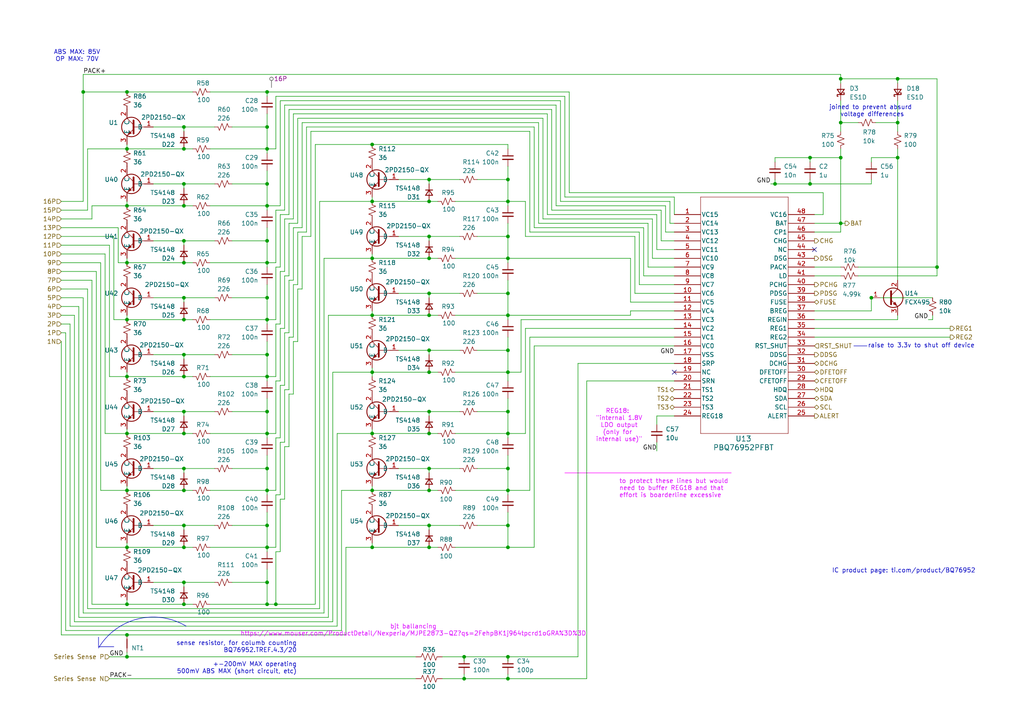
<source format=kicad_sch>
(kicad_sch (version 20250114) (generator "eeschema") (generator_version "9.0")
  (paper "A4")
  (title_block (title "Voltage Tap A . top board") (company "BeeMS"))
  (arc (start 28.575 187.96) (mid 39.9599 179.5245) (end 53.975 181.61))
  (text "raise to 3.3v to shut off device" (at 267.208 100.33 0) (effects (font (size 1.27 1.27))))
  (text "bjt ballancing\nhttps://www.mouser.com/ProductDetail/Nexperia/MJPE2873-QZ?qs=2FehpBK1j964tpcrd1oGRA%3D%3D" (at 119.888 182.88 0) (effects (font (size 1.27 1.27))))
  (text "ABS MAX: 85V\nOP MAX: 70V" (at 22.352 16.256 0) (effects (font (size 1.27 1.27))))
  (text "sense resistor, for columb counting\nBQ76952.TREF.4.3/20\n\n+-200mV MAX operating\n500mV ABS MAX (short circuit, etc)" (at 86.106 185.928 0) (effects (font (size 1.27 1.27)) (justify right top)))
  (text "joined to prevent absurd \nvoltage differences" (at 252.984 32.258 0) (effects (font (size 1.27 1.27))))
  (text "IC product page: ti.com/product/BQ76952" (at 262.128 165.608 0) (effects (font (size 1.27 1.27))))
  (text "REG18: \n\"internal 1.8V\n LDO output \n(only for \ninternal use)\"" (at 179.578 123.444 0) (effects (font (size 1.27 1.27))))
  (text "to protect these lines but would \nneed to buffer REG18 and that \neffort is boarderline excessive" (at 179.578 138.938 0) (effects (font (size 1.27 1.27)) (justify left top)))
  (junction (at 124.46 58.42))
  (junction (at 53.34 109.22))
  (junction (at 107.95 74.93))
  (junction (at 53.34 69.85))
  (junction (at 53.34 152.4))
  (junction (at 147.32 142.24))
  (junction (at 36.83 76.2))
  (junction (at 147.32 190.5))
  (junction (at 147.32 74.93))
  (junction (at 107.95 41.91))
  (junction (at 53.34 92.71))
  (junction (at 147.32 68.58))
  (junction (at 24.13 26.67))
  (junction (at 124.46 107.95))
  (junction (at 36.83 26.67))
  (junction (at 53.34 86.36))
  (junction (at 271.78 77.47))
  (junction (at 77.47 119.38))
  (junction (at 77.47 76.2))
  (junction (at 53.34 142.24))
  (junction (at 134.62 196.85))
  (junction (at 147.32 152.4))
  (junction (at 53.34 102.87))
  (junction (at 107.95 125.73))
  (junction (at 252.73 86.36))
  (junction (at 107.95 142.24))
  (junction (at 77.47 109.22))
  (junction (at 53.34 168.91))
  (junction (at 107.95 91.44))
  (junction (at 53.34 125.73))
  (junction (at 53.34 59.69))
  (junction (at 124.46 74.93))
  (junction (at 36.83 142.24))
  (junction (at 36.83 175.26))
  (junction (at 124.46 135.89))
  (junction (at 107.95 58.42))
  (junction (at 147.32 196.85))
  (junction (at 77.47 158.75))
  (junction (at 53.34 119.38))
  (junction (at 53.34 43.18))
  (junction (at 260.35 35.56))
  (junction (at 260.35 45.72))
  (junction (at 243.84 22.86))
  (junction (at 77.47 168.91))
  (junction (at 147.32 107.95))
  (junction (at 147.32 135.89))
  (junction (at 36.83 184.15))
  (junction (at 53.34 175.26))
  (junction (at 147.32 52.07))
  (junction (at 77.47 125.73))
  (junction (at 77.47 92.71))
  (junction (at 77.47 43.18))
  (junction (at 53.34 76.2))
  (junction (at 147.32 125.73))
  (junction (at 77.47 69.85))
  (junction (at 53.34 53.34))
  (junction (at 77.47 59.69))
  (junction (at 36.83 125.73))
  (junction (at 124.46 158.75))
  (junction (at 77.47 175.26))
  (junction (at 36.83 190.5))
  (junction (at 124.46 125.73))
  (junction (at 147.32 58.42))
  (junction (at 36.83 109.22))
  (junction (at 77.47 36.83))
  (junction (at 77.47 53.34))
  (junction (at 224.79 53.34))
  (junction (at 124.46 68.58))
  (junction (at 147.32 101.6))
  (junction (at 77.47 152.4))
  (junction (at 124.46 52.07))
  (junction (at 124.46 101.6))
  (junction (at 36.83 158.75))
  (junction (at 53.34 158.75))
  (junction (at 36.83 43.18))
  (junction (at 107.95 107.95))
  (junction (at 77.47 142.24))
  (junction (at 243.84 45.72))
  (junction (at 260.35 22.86))
  (junction (at 124.46 119.38))
  (junction (at 243.84 35.56))
  (junction (at 53.34 36.83))
  (junction (at 147.32 158.75))
  (junction (at 77.47 135.89))
  (junction (at 234.95 45.72))
  (junction (at 53.34 135.89))
  (junction (at 243.84 64.77))
  (junction (at 77.47 102.87))
  (junction (at 147.32 119.38))
  (junction (at 77.47 86.36))
  (junction (at 147.32 91.44))
  (junction (at 124.46 91.44))
  (junction (at 36.83 59.69))
  (junction (at 234.95 53.34))
  (junction (at 36.83 92.71))
  (junction (at 124.46 152.4))
  (junction (at 134.62 190.5))
  (junction (at 77.47 26.67))
  (junction (at 124.46 85.09))
  (junction (at 147.32 85.09))
  (junction (at 124.46 142.24))
  (junction (at 107.95 158.75))
  (junction (at 80.01 175.26))
  (no_connect (at 195.58 107.95))
  (no_connect (at 236.22 72.39))
  (wire (pts (xy 17.78 86.36) (xy 24.13 86.36)))
  (polyline (pts (xy 28.575 184.785) (xy 28.575 187.579)))
  (wire (pts (xy 107.95 91.44) (xy 124.46 91.44)))
  (wire (pts (xy 182.88 87.63) (xy 195.58 87.63)))
  (wire (pts (xy 97.79 125.73) (xy 97.79 181.61)))
  (wire (pts (xy 60.96 175.26) (xy 77.47 175.26)))
  (wire (pts (xy 147.32 74.93) (xy 182.88 74.93)))
  (wire (pts (xy 191.77 60.96) (xy 191.77 69.85)))
  (wire (pts (xy 238.76 62.23) (xy 236.22 62.23)))
  (wire (pts (xy 53.34 76.2) (xy 55.88 76.2)))
  (wire (pts (xy 147.32 68.58) (xy 147.32 74.93)))
  (wire (pts (xy 132.08 91.44) (xy 147.32 91.44)))
  (wire (pts (xy 124.46 135.89) (xy 133.35 135.89)))
  (wire (pts (xy 124.46 125.73) (xy 127 125.73)))
  (wire (pts (xy 93.98 74.93) (xy 93.98 177.8)))
  (wire (pts (xy 99.06 142.24) (xy 107.95 142.24)))
  (wire (pts (xy 83.82 97.79) (xy 85.09 97.79)))
  (wire (pts (xy 186.69 80.01) (xy 195.58 80.01)))
  (wire (pts (xy 77.47 26.67) (xy 165.1 26.67)))
  (wire (pts (xy 260.35 22.86) (xy 260.35 24.13)))
  (wire (pts (xy 21.59 91.44) (xy 21.59 180.34)))
  (wire (pts (xy 67.31 119.38) (xy 77.47 119.38)))
  (wire (pts (xy 124.46 52.07) (xy 133.35 52.07)))
  (wire (pts (xy 248.92 80.01) (xy 271.78 80.01)))
  (wire (pts (xy 243.84 29.21) (xy 243.84 35.56)))
  (wire (pts (xy 80.01 142.24) (xy 80.01 127)))
  (wire (pts (xy 194.31 58.42) (xy 194.31 64.77)))
  (wire (pts (xy 85.09 97.79) (xy 85.09 82.55)))
  (wire (pts (xy 115.57 101.6) (xy 124.46 101.6)))
  (wire (pts (xy 156.21 35.56) (xy 156.21 64.77)))
  (wire (pts (xy 189.23 63.5) (xy 189.23 74.93)))
  (wire (pts (xy 236.22 77.47) (xy 243.84 77.47)))
  (wire (pts (xy 107.95 107.95) (xy 107.95 109.22)))
  (wire (pts (xy 83.82 81.28) (xy 85.09 81.28)))
  (wire (pts (xy 160.02 60.96) (xy 191.77 60.96)))
  (wire (pts (xy 157.48 34.29) (xy 157.48 63.5)))
  (wire (pts (xy 81.28 128.27) (xy 82.55 128.27)))
  (wire (pts (xy 17.78 93.98) (xy 20.32 93.98)))
  (wire (pts (xy 182.88 91.44) (xy 182.88 90.17)))
  (polyline (pts (xy 28.575 187.579) (xy 33.02 187.579)))
  (wire (pts (xy 194.31 64.77) (xy 195.58 64.77)))
  (wire (pts (xy 147.32 125.73) (xy 152.4 125.73)))
  (wire (pts (xy 190.5 123.19) (xy 190.5 120.65)))
  (wire (pts (xy 53.34 135.89) (xy 62.23 135.89)))
  (wire (pts (xy 124.46 119.38) (xy 133.35 119.38)))
  (wire (pts (xy 107.95 91.44) (xy 95.25 91.44)))
  (wire (pts (xy 80.01 160.02) (xy 81.28 160.02)))
  (wire (pts (xy 163.83 27.94) (xy 163.83 57.15)))
  (wire (pts (xy 67.31 69.85) (xy 77.47 69.85)))
  (wire (pts (xy 77.47 109.22) (xy 77.47 102.87)))
  (wire (pts (xy 234.95 53.34) (xy 234.95 52.07)))
  (wire (pts (xy 82.55 144.78) (xy 82.55 129.54)))
  (wire (pts (xy 36.83 125.73) (xy 53.34 125.73)))
  (wire (pts (xy 162.56 58.42) (xy 194.31 58.42)))
  (wire (pts (xy 147.32 142.24) (xy 147.32 135.89)))
  (wire (pts (xy 124.46 58.42) (xy 127 58.42)))
  (wire (pts (xy 36.83 92.71) (xy 33.02 92.71)))
  (wire (pts (xy 30.48 73.66) (xy 17.78 73.66)))
  (wire (pts (xy 60.96 43.18) (xy 77.47 43.18)))
  (wire (pts (xy 107.95 125.73) (xy 97.79 125.73)))
  (wire (pts (xy 87.63 83.82) (xy 87.63 68.58)))
  (wire (pts (xy 53.34 53.34) (xy 62.23 53.34)))
  (wire (pts (xy 77.47 168.91) (xy 77.47 165.1)))
  (wire (pts (xy 153.67 38.1) (xy 153.67 67.31)))
  (wire (pts (xy 67.31 53.34) (xy 77.47 53.34)))
  (wire (pts (xy 44.45 168.91) (xy 53.34 168.91)))
  (wire (pts (xy 157.48 63.5) (xy 189.23 63.5)))
  (wire (pts (xy 31.75 71.12) (xy 17.78 71.12)))
  (wire (pts (xy 138.43 101.6) (xy 147.32 101.6)))
  (wire (pts (xy 24.13 86.36) (xy 24.13 177.8)))
  (wire (pts (xy 36.83 189.23) (xy 36.83 190.5)))
  (wire (pts (xy 260.35 45.72) (xy 260.35 81.28)))
  (wire (pts (xy 124.46 68.58) (xy 133.35 68.58)))
  (wire (pts (xy 243.84 22.86) (xy 243.84 24.13)))
  (wire (pts (xy 115.57 119.38) (xy 124.46 119.38)))
  (wire (pts (xy 252.73 46.99) (xy 252.73 45.72)))
  (wire (pts (xy 224.79 46.99) (xy 224.79 45.72)))
  (wire (pts (xy 53.34 109.22) (xy 55.88 109.22)))
  (wire (pts (xy 147.32 48.26) (xy 147.32 52.07)))
  (wire (pts (xy 77.47 125.73) (xy 77.47 119.38)))
  (wire (pts (xy 147.32 152.4) (xy 147.32 148.59)))
  (wire (pts (xy 124.46 152.4) (xy 133.35 152.4)))
  (wire (pts (xy 53.34 92.71) (xy 55.88 92.71)))
  (wire (pts (xy 107.95 58.42) (xy 92.71 58.42)))
  (wire (pts (xy 80.01 93.98) (xy 81.28 93.98)))
  (wire (pts (xy 77.47 135.89) (xy 77.47 132.08)))
  (wire (pts (xy 128.27 196.85) (xy 134.62 196.85)))
  (wire (pts (xy 24.13 26.67) (xy 36.83 26.67)))
  (wire (pts (xy 95.25 91.44) (xy 95.25 179.07)))
  (wire (pts (xy 22.86 88.9) (xy 22.86 179.07)))
  (wire (pts (xy 80.01 110.49) (xy 80.01 125.73)))
  (wire (pts (xy 53.34 53.34) (xy 53.34 54.61)))
  (wire (pts (xy 19.05 182.88) (xy 99.06 182.88)))
  (wire (pts (xy 115.57 85.09) (xy 124.46 85.09)))
  (wire (pts (xy 77.47 76.2) (xy 77.47 77.47)))
  (wire (pts (xy 154.94 66.04) (xy 186.69 66.04)))
  (wire (pts (xy 77.47 175.26) (xy 77.47 168.91)))
  (wire (pts (xy 67.31 86.36) (xy 77.47 86.36)))
  (wire (pts (xy 254 35.56) (xy 260.35 35.56)))
  (wire (pts (xy 82.55 63.5) (xy 85.09 63.5)))
  (wire (pts (xy 86.36 82.55) (xy 86.36 67.31)))
  (wire (pts (xy 77.47 59.69) (xy 77.47 53.34)))
  (wire (pts (xy 165.1 55.88) (xy 238.76 55.88)))
  (wire (pts (xy 138.43 85.09) (xy 147.32 85.09)))
  (wire (pts (xy 147.32 125.73) (xy 147.32 127)))
  (wire (pts (xy 115.57 135.89) (xy 124.46 135.89)))
  (wire (pts (xy 80.01 175.26) (xy 80.01 160.02)))
  (wire (pts (xy 224.79 45.72) (xy 234.95 45.72)))
  (wire (pts (xy 124.46 91.44) (xy 127 91.44)))
  (wire (pts (xy 124.46 85.09) (xy 133.35 85.09)))
  (wire (pts (xy 158.75 33.02) (xy 158.75 62.23)))
  (wire (pts (xy 91.44 175.26) (xy 91.44 41.91)))
  (wire (pts (xy 53.34 69.85) (xy 62.23 69.85)))
  (wire (pts (xy 77.47 86.36) (xy 77.47 82.55)))
  (wire (pts (xy 107.95 140.97) (xy 107.95 142.24)))
  (wire (pts (xy 24.13 58.42) (xy 24.13 26.67)))
  (wire (pts (xy 44.45 102.87) (xy 53.34 102.87)))
  (wire (pts (xy 53.34 36.83) (xy 53.34 38.1)))
  (wire (pts (xy 81.28 144.78) (xy 82.55 144.78)))
  (wire (pts (xy 85.09 63.5) (xy 85.09 33.02)))
  (wire (pts (xy 33.02 92.71) (xy 33.02 68.58)))
  (wire (pts (xy 147.32 91.44) (xy 147.32 85.09)))
  (wire (pts (xy 185.42 67.31) (xy 185.42 82.55)))
  (wire (pts (xy 80.01 43.18) (xy 80.01 27.94)))
  (wire (pts (xy 60.96 92.71) (xy 77.47 92.71)))
  (wire (pts (xy 182.88 74.93) (xy 182.88 87.63)))
  (wire (pts (xy 36.83 26.67) (xy 55.88 26.67)))
  (wire (pts (xy 85.09 81.28) (xy 85.09 66.04)))
  (wire (pts (xy 184.15 85.09) (xy 184.15 68.58)))
  (wire (pts (xy 81.28 127) (xy 81.28 111.76)))
  (wire (pts (xy 77.47 109.22) (xy 77.47 110.49)))
  (wire (pts (xy 83.82 129.54) (xy 83.82 114.3)))
  (wire (pts (xy 36.83 59.69) (xy 26.67 59.69)))
  (wire (pts (xy 107.95 158.75) (xy 100.33 158.75)))
  (wire (pts (xy 77.47 158.75) (xy 77.47 152.4)))
  (wire (pts (xy 77.47 158.75) (xy 80.01 158.75)))
  (wire (pts (xy 107.95 125.73) (xy 124.46 125.73)))
  (wire (pts (xy 151.13 92.71) (xy 195.58 92.71)))
  (wire (pts (xy 245.11 64.77) (xy 243.84 64.77)))
  (wire (pts (xy 77.47 92.71) (xy 77.47 86.36)))
  (wire (pts (xy 67.31 36.83) (xy 77.47 36.83)))
  (wire (pts (xy 17.78 184.15) (xy 36.83 184.15)))
  (wire (pts (xy 36.83 74.93) (xy 36.83 76.2)))
  (wire (pts (xy 53.34 102.87) (xy 53.34 104.14)))
  (wire (pts (xy 193.04 67.31) (xy 195.58 67.31)))
  (wire (pts (xy 234.95 53.34) (xy 252.73 53.34)))
  (wire (pts (xy 60.96 76.2) (xy 77.47 76.2)))
  (wire (pts (xy 147.32 91.44) (xy 147.32 92.71)))
  (wire (pts (xy 77.47 33.02) (xy 77.47 36.83)))
  (wire (pts (xy 53.34 86.36) (xy 53.34 87.63)))
  (wire (pts (xy 186.69 66.04) (xy 186.69 80.01)))
  (wire (pts (xy 132.08 107.95) (xy 147.32 107.95)))
  (wire (pts (xy 138.43 68.58) (xy 147.32 68.58)))
  (wire (pts (xy 107.95 73.66) (xy 107.95 74.93)))
  (wire (pts (xy 134.62 196.85) (xy 147.32 196.85)))
  (wire (pts (xy 147.32 158.75) (xy 154.94 158.75)))
  (wire (pts (xy 124.46 158.75) (xy 127 158.75)))
  (wire (pts (xy 82.55 111.76) (xy 82.55 96.52)))
  (wire (pts (xy 152.4 95.25) (xy 195.58 95.25)))
  (wire (pts (xy 87.63 68.58) (xy 90.17 68.58)))
  (wire (pts (xy 243.84 21.59) (xy 243.84 22.86)))
  (wire (pts (xy 107.95 57.15) (xy 107.95 58.42)))
  (wire (pts (xy 25.4 43.18) (xy 36.83 43.18)))
  (wire (pts (xy 29.21 76.2) (xy 17.78 76.2)))
  (wire (pts (xy 147.32 158.75) (xy 147.32 152.4)))
  (wire (pts (xy 77.47 142.24) (xy 80.01 142.24)))
  (wire (pts (xy 260.35 35.56) (xy 260.35 38.1)))
  (wire (pts (xy 107.95 124.46) (xy 107.95 125.73)))
  (wire (pts (xy 36.83 142.24) (xy 29.21 142.24)))
  (wire (pts (xy 86.36 34.29) (xy 157.48 34.29)))
  (wire (pts (xy 31.75 190.5) (xy 36.83 190.5)))
  (wire (pts (xy 17.78 99.06) (xy 17.78 184.15)))
  (wire (pts (xy 86.36 64.77) (xy 86.36 34.29)))
  (wire (pts (xy 53.34 119.38) (xy 62.23 119.38)))
  (wire (pts (xy 77.47 76.2) (xy 80.01 76.2)))
  (wire (pts (xy 83.82 113.03) (xy 83.82 97.79)))
  (wire (pts (xy 275.59 95.25) (xy 236.22 95.25)))
  (wire (pts (xy 53.34 125.73) (xy 55.88 125.73)))
  (wire (pts (xy 124.46 152.4) (xy 124.46 153.67)))
  (wire (pts (xy 252.73 45.72) (xy 260.35 45.72)))
  (wire (pts (xy 53.34 119.38) (xy 53.34 120.65)))
  (wire (pts (xy 80.01 175.26) (xy 91.44 175.26)))
  (wire (pts (xy 83.82 96.52) (xy 83.82 81.28)))
  (wire (pts (xy 80.01 143.51) (xy 81.28 143.51)))
  (wire (pts (xy 77.47 59.69) (xy 81.28 59.69)))
  (wire (pts (xy 67.31 168.91) (xy 77.47 168.91)))
  (wire (pts (xy 107.95 90.17) (xy 107.95 91.44)))
  (wire (pts (xy 260.35 29.21) (xy 260.35 35.56)))
  (wire (pts (xy 107.95 74.93) (xy 93.98 74.93)))
  (wire (pts (xy 147.32 125.73) (xy 147.32 119.38)))
  (wire (pts (xy 81.28 95.25) (xy 82.55 95.25)))
  (wire (pts (xy 53.34 152.4) (xy 44.45 152.4)))
  (wire (pts (xy 86.36 99.06) (xy 86.36 83.82)))
  (wire (pts (xy 60.96 142.24) (xy 77.47 142.24)))
  (wire (pts (xy 147.32 101.6) (xy 147.32 107.95)))
  (wire (pts (xy 187.96 77.47) (xy 195.58 77.47)))
  (wire (pts (xy 152.4 125.73) (xy 152.4 95.25)))
  (wire (pts (xy 25.4 83.82) (xy 25.4 176.53)))
  (wire (pts (xy 53.34 153.67) (xy 53.34 152.4)))
  (wire (pts (xy 60.96 26.67) (xy 77.47 26.67)))
  (wire (pts (xy 163.83 57.15) (xy 195.58 57.15)))
  (wire (pts (xy 19.05 96.52) (xy 19.05 182.88)))
  (wire (pts (xy 88.9 67.31) (xy 88.9 36.83)))
  (wire (pts (xy 82.55 60.96) (xy 82.55 30.48)))
  (wire (pts (xy 77.47 109.22) (xy 80.01 109.22)))
  (wire (pts (xy 243.84 45.72) (xy 243.84 64.77)))
  (wire (pts (xy 17.78 60.96) (xy 25.4 60.96)))
  (wire (pts (xy 100.33 184.15) (xy 36.83 184.15)))
  (wire (pts (xy 190.5 120.65) (xy 195.58 120.65)))
  (wire (pts (xy 17.78 83.82) (xy 25.4 83.82)))
  (wire (pts (xy 147.32 64.77) (xy 147.32 68.58)))
  (wire (pts (xy 17.78 88.9) (xy 22.86 88.9)))
  (wire (pts (xy 88.9 36.83) (xy 154.94 36.83)))
  (wire (pts (xy 124.46 135.89) (xy 124.46 137.16)))
  (wire (pts (xy 77.47 135.89) (xy 77.47 142.24)))
  (wire (pts (xy 243.84 22.86) (xy 260.35 22.86)))
  (wire (pts (xy 44.45 119.38) (xy 53.34 119.38)))
  (wire (pts (xy 82.55 128.27) (xy 82.55 113.03)))
  (wire (pts (xy 77.47 119.38) (xy 77.47 115.57)))
  (wire (pts (xy 182.88 90.17) (xy 195.58 90.17)))
  (wire (pts (xy 96.52 180.34) (xy 21.59 180.34)))
  (wire (pts (xy 147.32 119.38) (xy 147.32 115.57)))
  (wire (pts (xy 107.95 158.75) (xy 124.46 158.75)))
  (wire (pts (xy 67.31 152.4) (xy 77.47 152.4)))
  (wire (pts (xy 132.08 58.42) (xy 147.32 58.42)))
  (wire (pts (xy 77.47 125.73) (xy 80.01 125.73)))
  (wire (pts (xy 53.34 135.89) (xy 53.34 137.16)))
  (wire (pts (xy 87.63 66.04) (xy 87.63 35.56)))
  (wire (pts (xy 128.27 190.5) (xy 134.62 190.5)))
  (wire (pts (xy 124.46 52.07) (xy 124.46 53.34)))
  (wire (pts (xy 165.1 26.67) (xy 165.1 55.88)))
  (wire (pts (xy 153.67 97.79) (xy 195.58 97.79)))
  (wire (pts (xy 132.08 158.75) (xy 147.32 158.75)))
  (wire (pts (xy 190.5 62.23) (xy 190.5 72.39)))
  (wire (pts (xy 99.06 142.24) (xy 99.06 182.88)))
  (wire (pts (xy 147.32 142.24) (xy 147.32 143.51)))
  (wire (pts (xy 29.21 76.2) (xy 29.21 142.24)))
  (wire (pts (xy 77.47 69.85) (xy 77.47 76.2)))
  (wire (pts (xy 82.55 80.01) (xy 83.82 80.01)))
  (polyline (pts (xy 247.65 100.33) (xy 251.46 100.33)))
  (wire (pts (xy 185.42 82.55) (xy 195.58 82.55)))
  (wire (pts (xy 77.47 36.83) (xy 77.47 43.18)))
  (wire (pts (xy 77.47 152.4) (xy 77.47 148.59)))
  (wire (pts (xy 83.82 80.01) (xy 83.82 64.77)))
  (wire (pts (xy 31.75 196.85) (xy 120.65 196.85)))
  (wire (pts (xy 124.46 68.58) (xy 124.46 69.85)))
  (wire (pts (xy 36.83 175.26) (xy 53.34 175.26)))
  (wire (pts (xy 187.96 64.77) (xy 187.96 77.47)))
  (wire (pts (xy 67.31 102.87) (xy 77.47 102.87)))
  (wire (pts (xy 86.36 67.31) (xy 88.9 67.31)))
  (wire (pts (xy 77.47 27.94) (xy 77.47 26.67)))
  (wire (pts (xy 36.83 173.99) (xy 36.83 175.26)))
  (wire (pts (xy 243.84 64.77) (xy 236.22 64.77)))
  (wire (pts (xy 95.25 179.07) (xy 22.86 179.07)))
  (wire (pts (xy 80.01 158.75) (xy 80.01 143.51)))
  (wire (pts (xy 124.46 101.6) (xy 124.46 102.87)))
  (wire (pts (xy 36.83 142.24) (xy 53.34 142.24)))
  (wire (pts (xy 83.82 62.23) (xy 83.82 31.75)))
  (wire (pts (xy 80.01 77.47) (xy 81.28 77.47)))
  (wire (pts (xy 26.67 59.69) (xy 26.67 63.5)))
  (wire (pts (xy 224.79 52.07) (xy 224.79 53.34)))
  (wire (pts (xy 161.29 59.69) (xy 193.04 59.69)))
  (wire (pts (xy 81.28 93.98) (xy 81.28 78.74)))
  (wire (pts (xy 87.63 35.56) (xy 156.21 35.56)))
  (wire (pts (xy 26.67 81.28) (xy 17.78 81.28)))
  (wire (pts (xy 36.83 109.22) (xy 53.34 109.22)))
  (wire (pts (xy 147.32 142.24) (xy 153.67 142.24)))
  (wire (pts (xy 147.32 191.77) (xy 147.32 190.5)))
  (wire (pts (xy 271.78 22.86) (xy 260.35 22.86)))
  (wire (pts (xy 147.32 58.42) (xy 147.32 52.07)))
  (wire (pts (xy 17.78 58.42) (xy 24.13 58.42)))
  (wire (pts (xy 158.75 62.23) (xy 190.5 62.23)))
  (wire (pts (xy 36.83 124.46) (xy 36.83 125.73)))
  (wire (pts (xy 153.67 142.24) (xy 153.67 97.79)))
  (wire (pts (xy 67.31 135.89) (xy 77.47 135.89)))
  (wire (pts (xy 167.64 105.41) (xy 195.58 105.41)))
  (wire (pts (xy 134.62 191.77) (xy 134.62 190.5)))
  (wire (pts (xy 107.95 157.48) (xy 107.95 158.75)))
  (wire (pts (xy 53.34 86.36) (xy 62.23 86.36)))
  (wire (pts (xy 115.57 52.07) (xy 124.46 52.07)))
  (wire (pts (xy 134.62 190.5) (xy 147.32 190.5)))
  (wire (pts (xy 147.32 190.5) (xy 167.64 190.5)))
  (wire (pts (xy 77.47 93.98) (xy 77.47 92.71)))
  (wire (pts (xy 184.15 68.58) (xy 152.4 68.58)))
  (wire (pts (xy 53.34 158.75) (xy 55.88 158.75)))
  (wire (pts (xy 36.83 140.97) (xy 36.83 142.24)))
  (wire (pts (xy 236.22 67.31) (xy 243.84 67.31)))
  (wire (pts (xy 83.82 64.77) (xy 86.36 64.77)))
  (wire (pts (xy 248.92 77.47) (xy 271.78 77.47)))
  (wire (pts (xy 36.83 190.5) (xy 120.65 190.5)))
  (wire (pts (xy 60.96 125.73) (xy 77.47 125.73)))
  (wire (pts (xy 53.34 69.85) (xy 53.34 71.12)))
  (wire (pts (xy 107.95 41.91) (xy 147.32 41.91)))
  (wire (pts (xy 161.29 30.48) (xy 161.29 59.69)))
  (wire (pts (xy 82.55 96.52) (xy 83.82 96.52)))
  (wire (pts (xy 85.09 66.04) (xy 87.63 66.04)))
  (wire (pts (xy 36.83 158.75) (xy 27.94 158.75)))
  (wire (pts (xy 260.35 92.71) (xy 236.22 92.71)))
  (wire (pts (xy 81.28 59.69) (xy 81.28 29.21)))
  (wire (pts (xy 107.95 106.68) (xy 107.95 107.95)))
  (wire (pts (xy 275.59 97.79) (xy 236.22 97.79)))
  (wire (pts (xy 36.83 59.69) (xy 53.34 59.69)))
  (wire (pts (xy 154.94 100.33) (xy 195.58 100.33)))
  (wire (pts (xy 81.28 143.51) (xy 81.28 128.27)))
  (wire (pts (xy 44.45 135.89) (xy 53.34 135.89)))
  (wire (pts (xy 77.47 125.73) (xy 77.47 127)))
  (wire (pts (xy 270.51 92.71) (xy 270.51 91.44)))
  (wire (pts (xy 107.95 58.42) (xy 124.46 58.42)))
  (wire (pts (xy 36.83 157.48) (xy 36.83 158.75)))
  (wire (pts (xy 26.67 81.28) (xy 26.67 175.26)))
  (wire (pts (xy 191.77 69.85) (xy 195.58 69.85)))
  (wire (pts (xy 24.13 21.59) (xy 243.84 21.59)))
  (wire (pts (xy 77.47 102.87) (xy 77.47 99.06)))
  (wire (pts (xy 44.45 86.36) (xy 53.34 86.36)))
  (wire (pts (xy 138.43 152.4) (xy 147.32 152.4)))
  (wire (pts (xy 53.34 168.91) (xy 53.34 170.18)))
  (wire (pts (xy 132.08 74.93) (xy 147.32 74.93)))
  (wire (pts (xy 92.71 58.42) (xy 92.71 176.53)))
  (wire (pts (xy 25.4 60.96) (xy 25.4 43.18)))
  (wire (pts (xy 91.44 41.91) (xy 107.95 41.91)))
  (wire (pts (xy 53.34 43.18) (xy 55.88 43.18)))
  (wire (pts (xy 243.84 43.18) (xy 243.84 45.72)))
  (wire (pts (xy 36.83 107.95) (xy 36.83 109.22)))
  (wire (pts (xy 17.78 91.44) (xy 21.59 91.44)))
  (wire (pts (xy 147.32 196.85) (xy 170.18 196.85)))
  (wire (pts (xy 132.08 125.73) (xy 147.32 125.73)))
  (wire (pts (xy 147.32 97.79) (xy 147.32 101.6)))
  (wire (pts (xy 24.13 21.59) (xy 24.13 26.67)))
  (wire (pts (xy 20.32 93.98) (xy 20.32 181.61)))
  (wire (pts (xy 60.96 59.69) (xy 77.47 59.69)))
  (wire (pts (xy 189.23 74.93) (xy 195.58 74.93)))
  (wire (pts (xy 115.57 152.4) (xy 124.46 152.4)))
  (wire (pts (xy 44.45 53.34) (xy 53.34 53.34)))
  (wire (pts (xy 77.47 53.34) (xy 77.47 49.53)))
  (wire (pts (xy 252.73 53.34) (xy 252.73 52.07)))
  (wire (pts (xy 26.67 63.5) (xy 17.78 63.5)))
  (wire (pts (xy 153.67 67.31) (xy 185.42 67.31)))
  (wire (pts (xy 86.36 83.82) (xy 87.63 83.82)))
  (wire (pts (xy 271.78 77.47) (xy 271.78 22.86)))
  (wire (pts (xy 81.28 77.47) (xy 81.28 62.23)))
  (wire (pts (xy 234.95 45.72) (xy 234.95 46.99)))
  (wire (pts (xy 85.09 114.3) (xy 85.09 99.06)))
  (wire (pts (xy 85.09 99.06) (xy 86.36 99.06)))
  (wire (pts (xy 81.28 29.21) (xy 162.56 29.21)))
  (wire (pts (xy 36.83 158.75) (xy 53.34 158.75)))
  (wire (pts (xy 27.94 78.74) (xy 17.78 78.74)))
  (wire (pts (xy 124.46 107.95) (xy 127 107.95)))
  (wire (pts (xy 134.62 196.85) (xy 134.62 195.58)))
  (wire (pts (xy 31.75 71.12) (xy 31.75 109.22)))
  (wire (pts (xy 138.43 52.07) (xy 147.32 52.07)))
  (wire (pts (xy 85.09 82.55) (xy 86.36 82.55)))
  (wire (pts (xy 81.28 78.74) (xy 82.55 78.74)))
  (wire (pts (xy 80.01 127) (xy 81.28 127)))
  (wire (pts (xy 33.02 68.58) (xy 17.78 68.58)))
  (wire (pts (xy 152.4 58.42) (xy 147.32 58.42)))
  (wire (pts (xy 82.55 30.48) (xy 161.29 30.48)))
  (wire (pts (xy 147.32 107.95) (xy 151.13 107.95)))
  (wire (pts (xy 53.34 102.87) (xy 62.23 102.87)))
  (wire (pts (xy 260.35 91.44) (xy 260.35 92.71)))
  (wire (pts (xy 154.94 36.83) (xy 154.94 66.04)))
  (wire (pts (xy 27.94 78.74) (xy 27.94 158.75)))
  (wire (pts (xy 81.28 111.76) (xy 82.55 111.76)))
  (wire (pts (xy 147.32 74.93) (xy 147.32 76.2)))
  (wire (pts (xy 82.55 78.74) (xy 82.55 63.5)))
  (wire (pts (xy 34.29 76.2) (xy 36.83 76.2)))
  (wire (pts (xy 81.28 62.23) (xy 83.82 62.23)))
  (wire (pts (xy 234.95 45.72) (xy 243.84 45.72)))
  (wire (pts (xy 260.35 43.18) (xy 260.35 45.72)))
  (wire (pts (xy 80.01 110.49) (xy 81.28 110.49)))
  (wire (pts (xy 107.95 107.95) (xy 96.52 107.95)))
  (wire (pts (xy 124.46 101.6) (xy 133.35 101.6)))
  (wire (pts (xy 77.47 43.18) (xy 77.47 44.45)))
  (wire (pts (xy 77.47 69.85) (xy 77.47 66.04)))
  (wire (pts (xy 138.43 135.89) (xy 147.32 135.89)))
  (wire (pts (xy 124.46 74.93) (xy 127 74.93)))
  (wire (pts (xy 36.83 41.91) (xy 36.83 43.18)))
  (wire (pts (xy 53.34 152.4) (xy 62.23 152.4)))
  (wire (pts (xy 195.58 85.09) (xy 184.15 85.09)))
  (wire (pts (xy 83.82 31.75) (xy 160.02 31.75)))
  (wire (pts (xy 44.45 69.85) (xy 53.34 69.85)))
  (wire (pts (xy 107.95 142.24) (xy 124.46 142.24)))
  (wire (pts (xy 53.34 59.69) (xy 55.88 59.69)))
  (wire (pts (xy 90.17 68.58) (xy 90.17 38.1)))
  (wire (pts (xy 160.02 31.75) (xy 160.02 60.96)))
  (wire (pts (xy 53.34 175.26) (xy 55.88 175.26)))
  (wire (pts (xy 30.48 73.66) (xy 30.48 125.73)))
  (wire (pts (xy 236.22 80.01) (xy 243.84 80.01)))
  (wire (pts (xy 243.84 35.56) (xy 248.92 35.56)))
  (wire (pts (xy 36.83 175.26) (xy 26.67 175.26)))
  (wire (pts (xy 269.24 92.71) (xy 270.51 92.71)))
  (wire (pts (xy 83.82 114.3) (xy 85.09 114.3)))
  (wire (pts (xy 252.73 86.36) (xy 270.51 86.36)))
  (wire (pts (xy 36.83 125.73) (xy 30.48 125.73)))
  (wire (pts (xy 147.32 58.42) (xy 147.32 59.69)))
  (wire (pts (xy 107.95 107.95) (xy 124.46 107.95)))
  (wire (pts (xy 124.46 142.24) (xy 127 142.24)))
  (wire (pts (xy 162.56 29.21) (xy 162.56 58.42)))
  (wire (pts (xy 132.08 142.24) (xy 147.32 142.24)))
  (wire (pts (xy 60.96 109.22) (xy 77.47 109.22)))
  (wire (pts (xy 44.45 36.83) (xy 53.34 36.83)))
  (wire (pts (xy 81.28 160.02) (xy 81.28 144.78)))
  (wire (pts (xy 154.94 158.75) (xy 154.94 100.33)))
  (wire (pts (xy 60.96 158.75) (xy 77.47 158.75)))
  (wire (pts (xy 80.01 76.2) (xy 80.01 60.96)))
  (wire (pts (xy 224.79 53.34) (xy 234.95 53.34)))
  (wire (pts (xy 243.84 35.56) (xy 243.84 38.1)))
  (wire (pts (xy 90.17 38.1) (xy 153.67 38.1)))
  (polyline (pts (xy 163.83 137.16) (xy 212.09 137.16)) (stroke (width 0) (color 255 0 255 1)))
  (wire (pts (xy 151.13 107.95) (xy 151.13 92.71)))
  (wire (pts (xy 36.83 92.71) (xy 53.34 92.71)))
  (wire (pts (xy 82.55 113.03) (xy 83.82 113.03)))
  (wire (pts (xy 152.4 68.58) (xy 152.4 58.42)))
  (wire (pts (xy 147.32 196.85) (xy 147.32 195.58)))
  (wire (pts (xy 80.01 109.22) (xy 80.01 93.98)))
  (wire (pts (xy 271.78 80.01) (xy 271.78 77.47)))
  (wire (pts (xy 93.98 177.8) (xy 24.13 177.8)))
  (wire (pts (xy 107.95 74.93) (xy 124.46 74.93)))
  (wire (pts (xy 77.47 92.71) (xy 80.01 92.71)))
  (wire (pts (xy 82.55 129.54) (xy 83.82 129.54)))
  (wire (pts (xy 36.83 43.18) (xy 53.34 43.18)))
  (wire (pts (xy 97.79 181.61) (xy 20.32 181.61)))
  (wire (pts (xy 238.76 55.88) (xy 238.76 62.23)))
  (wire (pts (xy 77.47 59.69) (xy 77.47 60.96)))
  (wire (pts (xy 147.32 135.89) (xy 147.32 132.08)))
  (wire (pts (xy 53.34 168.91) (xy 62.23 168.91)))
  (wire (pts (xy 80.01 92.71) (xy 80.01 77.47)))
  (wire (pts (xy 252.73 86.36) (xy 252.73 90.17)))
  (wire (pts (xy 147.32 41.91) (xy 147.32 43.18)))
  (wire (pts (xy 223.52 53.34) (xy 224.79 53.34)))
  (wire (pts (xy 252.73 90.17) (xy 236.22 90.17)))
  (wire (pts (xy 80.01 27.94) (xy 163.83 27.94)))
  (wire (pts (xy 17.78 66.04) (xy 34.29 66.04)))
  (wire (pts (xy 193.04 59.69) (xy 193.04 67.31)))
  (wire (pts (xy 53.34 36.83) (xy 62.23 36.83)))
  (wire (pts (xy 147.32 81.28) (xy 147.32 85.09)))
  (wire (pts (xy 36.83 58.42) (xy 36.83 59.69)))
  (wire (pts (xy 92.71 176.53) (xy 25.4 176.53)))
  (wire (pts (xy 147.32 91.44) (xy 182.88 91.44)))
  (wire (pts (xy 124.46 85.09) (xy 124.46 86.36)))
  (wire (pts (xy 167.64 105.41) (xy 167.64 190.5)))
  (wire (pts (xy 124.46 119.38) (xy 124.46 120.65)))
  (wire (pts (xy 100.33 158.75) (xy 100.33 184.15)))
  (wire (pts (xy 77.47 158.75) (xy 77.47 160.02)))
  (wire (pts (xy 190.5 72.39) (xy 195.58 72.39)))
  (wire (pts (xy 243.84 64.77) (xy 243.84 67.31)))
  (wire (pts (xy 85.09 33.02) (xy 158.75 33.02)))
  (wire (pts (xy 195.58 57.15) (xy 195.58 62.23)))
  (wire (pts (xy 19.05 96.52) (xy 17.78 96.52)))
  (wire (pts (xy 77.47 175.26) (xy 80.01 175.26)))
  (wire (pts (xy 190.5 130.81) (xy 190.5 128.27)))
  (wire (pts (xy 53.34 142.24) (xy 55.88 142.24)))
  (wire (pts (xy 36.83 76.2) (xy 53.34 76.2)))
  (wire (pts (xy 170.18 110.49) (xy 195.58 110.49)))
  (wire (pts (xy 96.52 107.95) (xy 96.52 180.34)))
  (wire (pts (xy 81.28 110.49) (xy 81.28 95.25)))
  (wire (pts (xy 115.57 68.58) (xy 124.46 68.58)))
  (wire (pts (xy 170.18 110.49) (xy 170.18 196.85)))
  (wire (pts (xy 82.55 95.25) (xy 82.55 80.01)))
  (wire (pts (xy 138.43 119.38) (xy 147.32 119.38)))
  (wire (pts (xy 77.47 43.18) (xy 80.01 43.18)))
  (wire (pts (xy 147.32 107.95) (xy 147.32 110.49)))
  (wire (pts (xy 77.47 142.24) (xy 77.47 143.51)))
  (wire (pts (xy 36.83 91.44) (xy 36.83 92.71)))
  (wire (pts (xy 34.29 66.04) (xy 34.29 76.2)))
  (wire (pts (xy 156.21 64.77) (xy 187.96 64.77)))
  (wire (pts (xy 80.01 60.96) (xy 82.55 60.96)))
  (wire (pts (xy 36.83 109.22) (xy 31.75 109.22)))
  (label "PACK+" (at 24.13 21.59 0))
  (label "GND" (at 223.52 53.34 180))
  (label "GND" (at 190.5 130.81 180))
  (label "PACK-" (at 31.75 196.85 0))
  (label "GND" (at 31.75 190.5 0))
  (label "GND" (at 195.58 102.87 180))
  (label "GND" (at 269.24 92.71 180))
  (hierarchical_label "TS2" (shape bidirectional) (at 195.58 115.57 180))
  (hierarchical_label "6P" (shape input) (at 17.78 83.82 180))
  (hierarchical_label "5P" (shape input) (at 17.78 86.36 180))
  (hierarchical_label "1N" (shape input) (at 17.78 99.06 180))
  (hierarchical_label "CFETOFF" (shape bidirectional) (at 236.22 110.49 0))
  (hierarchical_label "BAT" (shape output) (at 245.11 64.77 0))
  (hierarchical_label "14P" (shape input) (at 17.78 63.5 180))
  (hierarchical_label "3P" (shape input) (at 17.78 91.44 180))
  (hierarchical_label "PCHG" (shape output) (at 236.22 82.55 0))
  (hierarchical_label "REG1" (shape output) (at 275.59 95.25 0))
  (hierarchical_label "7P" (shape input) (at 17.78 81.28 180))
  (hierarchical_label "HDQ" (shape bidirectional) (at 236.22 113.03 0))
  (hierarchical_label "2P" (shape input) (at 17.78 93.98 180))
  (hierarchical_label "ALERT" (shape output) (at 236.22 120.65 0))
  (hierarchical_label "DFETOFF" (shape bidirectional) (at 236.22 107.95 0))
  (hierarchical_label "12P" (shape input) (at 17.78 68.58 180))
  (hierarchical_label "SCL" (shape bidirectional) (at 236.22 118.11 0))
  (hierarchical_label "DSG" (shape output) (at 236.22 74.93 0))
  (hierarchical_label "9P" (shape input) (at 17.78 76.2 180))
  (hierarchical_label "PDSG" (shape output) (at 236.22 85.09 0))
  (hierarchical_label "Series Sense P" (shape input) (at 31.75 190.5 180))
  (hierarchical_label "11P" (shape input) (at 17.78 71.12 180))
  (hierarchical_label "FUSE" (shape bidirectional) (at 236.22 87.63 0))
  (hierarchical_label "SDA" (shape bidirectional) (at 236.22 115.57 0))
  (hierarchical_label "CHG" (shape output) (at 236.22 69.85 0))
  (hierarchical_label "TS1" (shape bidirectional) (at 195.58 113.03 180))
  (hierarchical_label "DDSG" (shape output) (at 236.22 102.87 0))
  (hierarchical_label "15P" (shape input) (at 17.78 60.96 180))
  (hierarchical_label "8P" (shape input) (at 17.78 78.74 180))
  (hierarchical_label "REG2" (shape output) (at 275.59 97.79 0))
  (hierarchical_label "Series Sense N" (shape input) (at 31.75 196.85 180))
  (hierarchical_label "4P" (shape input) (at 17.78 88.9 180))
  (hierarchical_label "1P" (shape input) (at 17.78 96.52 180))
  (hierarchical_label "DCHG" (shape bidirectional) (at 236.22 105.41 0))
  (hierarchical_label "16P" (shape input) (at 17.78 58.42 180))
  (hierarchical_label "10P" (shape input) (at 17.78 73.66 180))
  (hierarchical_label "13P" (shape input) (at 17.78 66.04 180))
  (hierarchical_label "TS3" (shape bidirectional) (at 195.58 118.11 180))
  (hierarchical_label "RST_SHUT" (shape input) (at 236.22 100.33 0))
  (netclass_flag "" (length 2.54) (shape round) (at 78.74 25.4 0) (property "Netclass" "16P" (at 79.4385 22.86 0) (effects (justify left))))
  (symbol (lib_id "zzLocalLibrary:2PD2150-QX") (at 36.83 63.5 0) (mirror y) (unit 1)
    (property "Reference" "U41" (at 34.29 68.5799 0) (effects (justify left)))
    (property "Value" "2PD2150-QX" (at 53.34 67.056 0) (effects (justify left)))
    (property "Footprint" "Package_TO_SOT_SMD:SOT-89-3_Handsoldering" (effects (hide yes)))
    (property "Datasheet" "https://assets.nexperia.com/documents/data-sheet/2PD2150.pdf" (effects (hide yes)))
    (property "Description" "npn 2w" (effects (hide yes)))
    (property "mouser" "https://www.mouser.com/ProductDetail/Nexperia/2PD2150-QX?qs=jcD%2FCkGBYeOd8SqDb%2Fw0pQ%3D%3D" (effects (hide yes)))
    (property "unit x10" "0.141" (effects (hide yes)))
    (property "unit x1" "0.23" (effects (hide yes)))
  )
  (symbol (lib_id "Device:R_Small_US") (at 64.77 152.4 270) (mirror x) (unit 1)
    (property "Reference" "R108" (at 62.992 147.32 90) (effects (justify left)))
    (property "Value" "226" (at 62.992 149.86 90) (effects (justify left)))
    (property "Footprint" "Resistor_SMD:R_0805_2012Metric_Pad1.20x1.40mm_HandSolder" (effects (hide yes)))
    (property "Description" "Resistor, US symbol" (effects (hide yes)))
    (property "mouser" "https://www.mouser.com/ProductDetail/KOA-Speer/RK73H2BTTD2260F?qs=sGAEpiMZZMvdGkrng054t0wRT%252B902PGcT6B0yBPcmBs%3D" (effects (hide yes)))
    (property "specs" "226Ohm, 250mW, 1%, 200V, -55C, +155C" (effects (hide yes)))
    (property "unit x1" "0.10" (effects (hide yes)))
    (property "unit x10" "0.023" (effects (hide yes)))
  )
  (symbol (lib_id "Device:R_Small_US") (at 36.83 78.74 180) (unit 1)
    (property "Reference" "R67" (at 38.608 77.47 0) (effects (justify right)))
    (property "Value" "36" (at 38.608 80.01 0) (effects (justify right)))
    (property "Footprint" "zzLocalLibraries-Footprints:imperial wide resistor R_ 3264" (effects (hide yes)))
    (property "Description" "Resistor, US symbol" (effects (hide yes)))
    (property "mouser" "https://www.mouser.com/ProductDetail/ROHM-Semiconductor/LTR100JZPJ360?qs=sGAEpiMZZMvdGkrng054tx4c7YuULGmGPstrAxlE1rsJ3%252BFyNXvM0g%3D%3D" (effects (hide yes)))
    (property "specs" "36 ohm, 3W, 200V, 1%, surge, wide. 200ppm, -55C, +155C" (effects (hide yes)))
    (property "unit x10" "0.265" (effects (hide yes)))
    (property "unit x1" "0.60" (effects (hide yes)))
    (property "unit x100" "0.214" (effects (hide yes)))
  )
  (symbol (lib_id "Device:D_Small") (at 53.34 73.66 270) (unit 1)
    (property "Reference" "D24" (at 50.8 74.9301 90) (effects (justify right)))
    (property "Value" "TS4148" (at 50.8 72.3901 90) (effects (justify right)))
    (property "Footprint" "Diode_SMD:D_0805_2012Metric_Pad1.15x1.40mm_HandSolder" (effects (hide yes)))
    (property "Datasheet" "https://services.taiwansemi.com/storage/resources/datasheet/TS4148%20SERIES_A2301.pdf" (effects (hide yes)))
    (property "Description" "Diode, small symbol" (effects (hide yes)))
    (property "Sim.Device" "D" (effects (hide yes)))
    (property "Sim.Pins" "1=K 2=A" (effects (hide yes)))
    (property "specs" "1Vf, 75Vr, 150mA, 2A surge, 500mW, 5pF, 5uAr , 4ns recov, -55C, +175C" (effects (hide yes)))
    (property "mouser" "https://www.mouser.com/ProductDetail/Taiwan-Semiconductor/TS4148-RBG?qs=sGAEpiMZZMtbRapU8LlZD%252B6h%2FWulpAkrjAQjxa2xmp6CGEuOYHRSog%3D%3D" (effects (hide yes)))
    (property "unit x1" "0.10" (effects (hide yes)))
    (property "unit x10" "0.054" (effects (hide yes)))
    (property "unit x100" "0.046" (effects (hide yes)))
  )
  (symbol (lib_id "Device:R_Small_US") (at 58.42 92.71 90) (mirror x) (unit 1)
    (property "Reference" "R68" (at 56.896 90.17 90) (effects (justify right)))
    (property "Value" "100" (at 57.15 94.996 90) (effects (justify right)))
    (property "Footprint" "Resistor_SMD:R_1206_3216Metric_Pad1.30x1.75mm_HandSolder" (effects (hide yes)))
    (property "Description" "Resistor, US symbol" (effects (hide yes)))
    (property "mouser" "https://www.mouser.com/ProductDetail/ROHM-Semiconductor/ESR18EZPF1000?qs=sGAEpiMZZMvdGkrng054t4QdAY%2FQ0LwebVJAgfAYbMs%3D" (effects (hide yes)))
    (property "specs" "100 omh, thick, anti surge, 1%, 750mW, 200V, -55C, +155C, 100ppm" (effects (hide yes)))
    (property "unit x10" "0.055" (effects (hide yes)))
    (property "unit x1" "0.17" (effects (hide yes)))
  )
  (symbol (lib_id "Device:C_Small") (at 77.47 30.48 0) (mirror y) (unit 1)
    (property "Reference" "C28" (at 74.93 29.2162 0) (effects (justify left)))
    (property "Value" "100n" (at 74.93 31.7562 0) (effects (justify left)))
    (property "Footprint" "Capacitor_SMD:C_0603_1608Metric_Pad1.08x0.95mm_HandSolder" (effects (hide yes)))
    (property "mouser" "https://www.mouser.com/ProductDetail/Wurth-Elektronik/885012206095?qs=0KOYDY2FL2%2FIErXVpcsrTQ%3D%3D" (effects (hide yes)))
    (property "specs" "100nF, 10%, 50V, X7R, -55C, +125C" (effects (hide yes)))
    (property "unit x10" "0.029" (effects (hide yes)))
    (property "unit x1" "0.10" (effects (hide yes)))
    (property "unit x50" "0.02" (effects (hide yes)))
    (property "unit x100" "0.017" (effects (hide yes)))
  )
  (symbol (lib_id "Device:R_Small_US") (at 36.83 95.25 180) (unit 1)
    (property "Reference" "R70" (at 38.608 93.98 0) (effects (justify right)))
    (property "Value" "36" (at 38.608 96.52 0) (effects (justify right)))
    (property "Footprint" "zzLocalLibraries-Footprints:imperial wide resistor R_ 3264" (effects (hide yes)))
    (property "Description" "Resistor, US symbol" (effects (hide yes)))
    (property "mouser" "https://www.mouser.com/ProductDetail/ROHM-Semiconductor/LTR100JZPJ360?qs=sGAEpiMZZMvdGkrng054tx4c7YuULGmGPstrAxlE1rsJ3%252BFyNXvM0g%3D%3D" (effects (hide yes)))
    (property "specs" "36 ohm, 3W, 200V, 1%, surge, wide. 200ppm, -55C, +155C" (effects (hide yes)))
    (property "unit x10" "0.265" (effects (hide yes)))
    (property "unit x1" "0.60" (effects (hide yes)))
    (property "unit x100" "0.214" (effects (hide yes)))
  )
  (symbol (lib_id "Device:D_Small") (at 124.46 88.9 270) (unit 1)
    (property "Reference" "D33" (at 121.92 90.1701 90) (effects (justify right)))
    (property "Value" "TS4148" (at 121.92 87.6301 90) (effects (justify right)))
    (property "Footprint" "Diode_SMD:D_0805_2012Metric_Pad1.15x1.40mm_HandSolder" (effects (hide yes)))
    (property "Datasheet" "https://services.taiwansemi.com/storage/resources/datasheet/TS4148%20SERIES_A2301.pdf" (effects (hide yes)))
    (property "Description" "Diode, small symbol" (effects (hide yes)))
    (property "Sim.Device" "D" (effects (hide yes)))
    (property "Sim.Pins" "1=K 2=A" (effects (hide yes)))
    (property "specs" "1Vf, 75Vr, 150mA, 2A surge, 500mW, 5pF, 5uAr , 4ns recov, -55C, +175C" (effects (hide yes)))
    (property "mouser" "https://www.mouser.com/ProductDetail/Taiwan-Semiconductor/TS4148-RBG?qs=sGAEpiMZZMtbRapU8LlZD%252B6h%2FWulpAkrjAQjxa2xmp6CGEuOYHRSog%3D%3D" (effects (hide yes)))
    (property "unit x1" "0.10" (effects (hide yes)))
    (property "unit x10" "0.054" (effects (hide yes)))
    (property "unit x100" "0.046" (effects (hide yes)))
  )
  (symbol (lib_id "Device:R_Small_US") (at 129.54 91.44 90) (mirror x) (unit 1)
    (property "Reference" "R93" (at 128.016 88.9 90) (effects (justify right)))
    (property "Value" "100" (at 128.27 93.726 90) (effects (justify right)))
    (property "Footprint" "Resistor_SMD:R_1206_3216Metric_Pad1.30x1.75mm_HandSolder" (effects (hide yes)))
    (property "Description" "Resistor, US symbol" (effects (hide yes)))
    (property "mouser" "https://www.mouser.com/ProductDetail/ROHM-Semiconductor/ESR18EZPF1000?qs=sGAEpiMZZMvdGkrng054t4QdAY%2FQ0LwebVJAgfAYbMs%3D" (effects (hide yes)))
    (property "specs" "100 omh, thick, anti surge, 1%, 750mW, 200V, -55C, +155C, 100ppm" (effects (hide yes)))
    (property "unit x10" "0.055" (effects (hide yes)))
    (property "unit x1" "0.17" (effects (hide yes)))
  )
  (symbol (lib_id "Device:R_Small_US") (at 270.51 88.9 180) (unit 1)
    (property "Reference" "R80" (at 272.288 87.63 0) (effects (justify right)))
    (property "Value" "10k" (at 272.288 90.17 0) (effects (justify right)))
    (property "Footprint" "Resistor_SMD:R_0805_2012Metric_Pad1.20x1.40mm_HandSolder" (effects (hide yes)))
    (property "Description" "Resistor, US symbol" (effects (hide yes)))
    (property "mouser" "https://www.mouser.com/ProductDetail/YAGEO/AC0805FR-7W10KL?qs=sGAEpiMZZMvdGkrng054t4v35oYz4BJEgsNpGKlk%252BQ%2FXDjzK07E4tA%3D%3D" (effects (hide yes)))
    (property "specs" "10k , 250mW, 150V, 1%, 100ppm, -55C, +155C" (effects (hide yes)))
    (property "unit x10" "0.015" (effects (hide yes)))
    (property "unit x1" "0.1" (effects (hide yes)))
  )
  (symbol (lib_id "zzLocalLibrary:2PD2150-QX") (at 107.95 45.72 0) (mirror y) (unit 1)
    (property "Reference" "U48" (at 105.41 50.7999 0) (effects (justify left)))
    (property "Value" "2PD2150-QX" (at 124.46 49.276 0) (effects (justify left)))
    (property "Footprint" "Package_TO_SOT_SMD:SOT-89-3_Handsoldering" (effects (hide yes)))
    (property "Datasheet" "https://assets.nexperia.com/documents/data-sheet/2PD2150.pdf" (effects (hide yes)))
    (property "Description" "npn 2w" (effects (hide yes)))
    (property "mouser" "https://www.mouser.com/ProductDetail/Nexperia/2PD2150-QX?qs=jcD%2FCkGBYeOd8SqDb%2Fw0pQ%3D%3D" (effects (hide yes)))
    (property "unit x10" "0.141" (effects (hide yes)))
    (property "unit x1" "0.23" (effects (hide yes)))
  )
  (symbol (lib_id "Device:C_Small") (at 234.95 49.53 0) (unit 1)
    (property "Reference" "C55" (at 237.49 48.2662 0) (effects (justify left)))
    (property "Value" "1u" (at 237.49 50.8062 0) (effects (justify left)))
    (property "Footprint" "Capacitor_SMD:C_1206_3216Metric_Pad1.33x1.80mm_HandSolder" (effects (hide yes)))
    (property "Description" "100.Vdc, 10%, +125C" (effects (hide yes)))
    (property "mouser" "https://www.mouser.com/ProductDetail/Samsung-Electro-Mechanics/CL31B105KCHNNNE?qs=349EhDEZ59qH1i3RhF2lug%3D%3D" (effects (hide yes)))
    (property "specs" "1uF, 100VDC, X7R, 10%, -55C, +125C" (effects (hide yes)))
    (property "unit x10" "0.07" (effects (hide yes)))
    (instances (project "EVAL MSPM0lG3507 BQ76952" (path "" (reference "C2") (unit 1))) (project "EVAL MSPM0lG3507 BQ76952" (path "" (reference "C55") (unit 1))))
  )
  (symbol (lib_id "Device:R_Small_US") (at 36.83 111.76 180) (unit 1)
    (property "Reference" "R73" (at 38.608 110.49 0) (effects (justify right)))
    (property "Value" "36" (at 38.608 113.03 0) (effects (justify right)))
    (property "Footprint" "zzLocalLibraries-Footprints:imperial wide resistor R_ 3264" (effects (hide yes)))
    (property "Description" "Resistor, US symbol" (effects (hide yes)))
    (property "mouser" "https://www.mouser.com/ProductDetail/ROHM-Semiconductor/LTR100JZPJ360?qs=sGAEpiMZZMvdGkrng054tx4c7YuULGmGPstrAxlE1rsJ3%252BFyNXvM0g%3D%3D" (effects (hide yes)))
    (property "specs" "36 ohm, 3W, 200V, 1%, surge, wide. 200ppm, -55C, +155C" (effects (hide yes)))
    (property "unit x10" "0.265" (effects (hide yes)))
    (property "unit x1" "0.60" (effects (hide yes)))
    (property "unit x100" "0.214" (effects (hide yes)))
  )
  (symbol (lib_id "Device:R_Small_US") (at 36.83 45.72 180) (unit 1)
    (property "Reference" "R61" (at 38.608 44.45 0) (effects (justify right)))
    (property "Value" "36" (at 38.608 46.99 0) (effects (justify right)))
    (property "Footprint" "zzLocalLibraries-Footprints:imperial wide resistor R_ 3264" (effects (hide yes)))
    (property "Description" "Resistor, US symbol" (effects (hide yes)))
    (property "mouser" "https://www.mouser.com/ProductDetail/ROHM-Semiconductor/LTR100JZPJ360?qs=sGAEpiMZZMvdGkrng054tx4c7YuULGmGPstrAxlE1rsJ3%252BFyNXvM0g%3D%3D" (effects (hide yes)))
    (property "specs" "36 ohm, 3W, 200V, 1%, surge, wide. 200ppm, -55C, +155C" (effects (hide yes)))
    (property "unit x10" "0.265" (effects (hide yes)))
    (property "unit x1" "0.60" (effects (hide yes)))
    (property "unit x100" "0.214" (effects (hide yes)))
  )
  (symbol (lib_id "Device:R_Small_US") (at 107.95 93.98 180) (unit 1)
    (property "Reference" "R121" (at 109.728 92.71 0) (effects (justify right)))
    (property "Value" "36" (at 109.728 95.25 0) (effects (justify right)))
    (property "Footprint" "zzLocalLibraries-Footprints:imperial wide resistor R_ 3264" (effects (hide yes)))
    (property "Description" "Resistor, US symbol" (effects (hide yes)))
    (property "mouser" "https://www.mouser.com/ProductDetail/ROHM-Semiconductor/LTR100JZPJ360?qs=sGAEpiMZZMvdGkrng054tx4c7YuULGmGPstrAxlE1rsJ3%252BFyNXvM0g%3D%3D" (effects (hide yes)))
    (property "specs" "36 ohm, 3W, 200V, 1%, surge, wide. 200ppm, -55C, +155C" (effects (hide yes)))
    (property "unit x10" "0.265" (effects (hide yes)))
    (property "unit x1" "0.60" (effects (hide yes)))
    (property "unit x100" "0.214" (effects (hide yes)))
  )
  (symbol (lib_id "Device:R_Small_US") (at 107.95 144.78 180) (unit 1)
    (property "Reference" "R87" (at 109.728 143.51 0) (effects (justify right)))
    (property "Value" "36" (at 109.728 146.05 0) (effects (justify right)))
    (property "Footprint" "zzLocalLibraries-Footprints:imperial wide resistor R_ 3264" (effects (hide yes)))
    (property "Description" "Resistor, US symbol" (effects (hide yes)))
    (property "mouser" "https://www.mouser.com/ProductDetail/ROHM-Semiconductor/LTR100JZPJ360?qs=sGAEpiMZZMvdGkrng054tx4c7YuULGmGPstrAxlE1rsJ3%252BFyNXvM0g%3D%3D" (effects (hide yes)))
    (property "specs" "36 ohm, 3W, 200V, 1%, surge, wide. 200ppm, -55C, +155C" (effects (hide yes)))
    (property "unit x10" "0.265" (effects (hide yes)))
    (property "unit x1" "0.60" (effects (hide yes)))
    (property "unit x100" "0.214" (effects (hide yes)))
  )
  (symbol (lib_id "Device:R_Small_US") (at 135.89 52.07 270) (mirror x) (unit 1)
    (property "Reference" "R114" (at 134.112 46.99 90) (effects (justify left)))
    (property "Value" "226" (at 134.112 49.53 90) (effects (justify left)))
    (property "Footprint" "Resistor_SMD:R_0805_2012Metric_Pad1.20x1.40mm_HandSolder" (effects (hide yes)))
    (property "Description" "Resistor, US symbol" (effects (hide yes)))
    (property "mouser" "https://www.mouser.com/ProductDetail/KOA-Speer/RK73H2BTTD2260F?qs=sGAEpiMZZMvdGkrng054t0wRT%252B902PGcT6B0yBPcmBs%3D" (effects (hide yes)))
    (property "specs" "226Ohm, 250mW, 1%, 200V, -55C, +155C" (effects (hide yes)))
    (property "unit x1" "0.10" (effects (hide yes)))
    (property "unit x10" "0.023" (effects (hide yes)))
  )
  (symbol (lib_id "Device:D_Small") (at 53.34 106.68 270) (unit 1)
    (property "Reference" "D26" (at 50.8 107.9501 90) (effects (justify right)))
    (property "Value" "TS4148" (at 50.8 105.4101 90) (effects (justify right)))
    (property "Footprint" "Diode_SMD:D_0805_2012Metric_Pad1.15x1.40mm_HandSolder" (effects (hide yes)))
    (property "Datasheet" "https://services.taiwansemi.com/storage/resources/datasheet/TS4148%20SERIES_A2301.pdf" (effects (hide yes)))
    (property "Description" "Diode, small symbol" (effects (hide yes)))
    (property "Sim.Device" "D" (effects (hide yes)))
    (property "Sim.Pins" "1=K 2=A" (effects (hide yes)))
    (property "specs" "1Vf, 75Vr, 150mA, 2A surge, 500mW, 5pF, 5uAr , 4ns recov, -55C, +175C" (effects (hide yes)))
    (property "mouser" "https://www.mouser.com/ProductDetail/Taiwan-Semiconductor/TS4148-RBG?qs=sGAEpiMZZMtbRapU8LlZD%252B6h%2FWulpAkrjAQjxa2xmp6CGEuOYHRSog%3D%3D" (effects (hide yes)))
    (property "unit x1" "0.10" (effects (hide yes)))
    (property "unit x10" "0.054" (effects (hide yes)))
    (property "unit x100" "0.046" (effects (hide yes)))
  )
  (symbol (lib_id "Device:R_Small_US") (at 135.89 101.6 270) (mirror x) (unit 1)
    (property "Reference" "R123" (at 134.112 96.52 90) (effects (justify left)))
    (property "Value" "226" (at 134.112 99.06 90) (effects (justify left)))
    (property "Footprint" "Resistor_SMD:R_0805_2012Metric_Pad1.20x1.40mm_HandSolder" (effects (hide yes)))
    (property "Description" "Resistor, US symbol" (effects (hide yes)))
    (property "mouser" "https://www.mouser.com/ProductDetail/KOA-Speer/RK73H2BTTD2260F?qs=sGAEpiMZZMvdGkrng054t0wRT%252B902PGcT6B0yBPcmBs%3D" (effects (hide yes)))
    (property "specs" "226Ohm, 250mW, 1%, 200V, -55C, +155C" (effects (hide yes)))
    (property "unit x1" "0.10" (effects (hide yes)))
    (property "unit x10" "0.023" (effects (hide yes)))
  )
  (symbol (lib_id "zzLocalLibrary:FCX485_NPN_BJT") (at 259.08 86.36 0) (unit 1)
    (property "Reference" "U37" (at 262.382 85.09 0) (effects (justify left)))
    (property "Value" "FCX495" (at 262.382 87.63 0) (effects (justify left)))
    (property "Footprint" "Package_TO_SOT_SMD:SOT-89-3" (effects (hide yes)))
    (property "Datasheet" "https://www.mouser.com/datasheet/2/115/FCX495-3215865.pdf" (effects (hide yes)))
    (property "Description" "1A continuous, BVce > 150V" (effects (hide yes)))
    (property "mouser" "https://www.mouser.com/ProductDetail/Diodes-Incorporated/FCX495TA?qs=fpoYs8%2FwAu9bxDJK3FfPWA%3D%3D" (effects (hide yes)))
    (property "unit x10" "0.34" (effects (hide yes)))
    (instances (project "EVAL MSPM0lG3507 BQ76952" (path "" (reference "U14") (unit 1))) (project "EVAL MSPM0lG3507 BQ76952" (path "" (reference "U37") (unit 1))))
  )
  (symbol (lib_id "Device:R_Small_US") (at 36.83 128.27 180) (unit 1)
    (property "Reference" "R103" (at 38.608 127 0) (effects (justify right)))
    (property "Value" "36" (at 38.608 129.54 0) (effects (justify right)))
    (property "Footprint" "zzLocalLibraries-Footprints:imperial wide resistor R_ 3264" (effects (hide yes)))
    (property "Description" "Resistor, US symbol" (effects (hide yes)))
    (property "mouser" "https://www.mouser.com/ProductDetail/ROHM-Semiconductor/LTR100JZPJ360?qs=sGAEpiMZZMvdGkrng054tx4c7YuULGmGPstrAxlE1rsJ3%252BFyNXvM0g%3D%3D" (effects (hide yes)))
    (property "specs" "36 ohm, 3W, 200V, 1%, surge, wide. 200ppm, -55C, +155C" (effects (hide yes)))
    (property "unit x10" "0.265" (effects (hide yes)))
    (property "unit x1" "0.60" (effects (hide yes)))
    (property "unit x100" "0.214" (effects (hide yes)))
  )
  (symbol (lib_id "Device:C_Small") (at 77.47 96.52 0) (mirror y) (unit 1)
    (property "Reference" "C37" (at 74.93 95.2562 0) (effects (justify left)))
    (property "Value" "100n" (at 74.93 97.7962 0) (effects (justify left)))
    (property "Footprint" "Capacitor_SMD:C_0603_1608Metric_Pad1.08x0.95mm_HandSolder" (effects (hide yes)))
    (property "mouser" "https://www.mouser.com/ProductDetail/Wurth-Elektronik/885012206095?qs=0KOYDY2FL2%2FIErXVpcsrTQ%3D%3D" (effects (hide yes)))
    (property "specs" "100nF, 10%, 50V, X7R, -55C, +125C" (effects (hide yes)))
    (property "unit x10" "0.029" (effects (hide yes)))
    (property "unit x1" "0.10" (effects (hide yes)))
    (property "unit x50" "0.02" (effects (hide yes)))
    (property "unit x100" "0.017" (effects (hide yes)))
  )
  (symbol (lib_id "Device:C_Small") (at 224.79 49.53 0) (unit 1)
    (property "Reference" "C54" (at 227.33 48.2662 0) (effects (justify left)))
    (property "Value" "10n" (at 227.33 50.8062 0) (effects (justify left)))
    (property "Footprint" "Capacitor_SMD:C_0805_2012Metric_Pad1.18x1.45mm_HandSolder" (effects (hide yes)))
    (property "mouser" "https://www.mouser.com/ProductDetail/KYOCERA-AVX/08051C103J4Z2A?qs=k4kUdCzLgS7mcJ89o4qEaA%3D%3D" (effects (hide yes)))
    (property "specs" "10nF, 5%, 100VDC, X7R, MLCC" (effects (hide yes)))
    (property "unit x10" "0.04" (effects (hide yes)))
    (property "unit x1" "0.10" (effects (hide yes)))
  )
  (symbol (lib_id "zzLocalLibrary:2PD2150-QX") (at 107.95 95.25 0) (mirror y) (unit 1)
    (property "Reference" "U51" (at 105.41 100.3299 0) (effects (justify left)))
    (property "Value" "2PD2150-QX" (at 124.714 98.298 0) (effects (justify left)))
    (property "Footprint" "Package_TO_SOT_SMD:SOT-89-3_Handsoldering" (effects (hide yes)))
    (property "Datasheet" "https://assets.nexperia.com/documents/data-sheet/2PD2150.pdf" (effects (hide yes)))
    (property "Description" "npn 2w" (effects (hide yes)))
    (property "mouser" "https://www.mouser.com/ProductDetail/Nexperia/2PD2150-QX?qs=jcD%2FCkGBYeOd8SqDb%2Fw0pQ%3D%3D" (effects (hide yes)))
    (property "unit x10" "0.141" (effects (hide yes)))
    (property "unit x1" "0.23" (effects (hide yes)))
  )
  (symbol (lib_id "Device:C_Small") (at 147.32 129.54 0) (mirror y) (unit 1)
    (property "Reference" "C48" (at 144.78 128.2762 0) (effects (justify left)))
    (property "Value" "100n" (at 144.78 130.8162 0) (effects (justify left)))
    (property "Footprint" "Capacitor_SMD:C_0603_1608Metric_Pad1.08x0.95mm_HandSolder" (effects (hide yes)))
    (property "mouser" "https://www.mouser.com/ProductDetail/Wurth-Elektronik/885012206095?qs=0KOYDY2FL2%2FIErXVpcsrTQ%3D%3D" (effects (hide yes)))
    (property "specs" "100nF, 10%, 50V, X7R, -55C, +125C" (effects (hide yes)))
    (property "unit x10" "0.029" (effects (hide yes)))
    (property "unit x1" "0.10" (effects (hide yes)))
    (property "unit x50" "0.02" (effects (hide yes)))
    (property "unit x100" "0.017" (effects (hide yes)))
  )
  (symbol (lib_id "Device:R_Small_US") (at 107.95 128.27 180) (unit 1)
    (property "Reference" "R127" (at 109.728 127 0) (effects (justify right)))
    (property "Value" "36" (at 109.728 129.54 0) (effects (justify right)))
    (property "Footprint" "zzLocalLibraries-Footprints:imperial wide resistor R_ 3264" (effects (hide yes)))
    (property "Description" "Resistor, US symbol" (effects (hide yes)))
    (property "mouser" "https://www.mouser.com/ProductDetail/ROHM-Semiconductor/LTR100JZPJ360?qs=sGAEpiMZZMvdGkrng054tx4c7YuULGmGPstrAxlE1rsJ3%252BFyNXvM0g%3D%3D" (effects (hide yes)))
    (property "specs" "36 ohm, 3W, 200V, 1%, surge, wide. 200ppm, -55C, +155C" (effects (hide yes)))
    (property "unit x10" "0.265" (effects (hide yes)))
    (property "unit x1" "0.60" (effects (hide yes)))
    (property "unit x100" "0.214" (effects (hide yes)))
  )
  (symbol (lib_id "Device:C_Small") (at 147.32 78.74 0) (mirror y) (unit 1)
    (property "Reference" "C45" (at 144.78 77.4762 0) (effects (justify left)))
    (property "Value" "100n" (at 144.78 80.0162 0) (effects (justify left)))
    (property "Footprint" "Capacitor_SMD:C_0603_1608Metric_Pad1.08x0.95mm_HandSolder" (effects (hide yes)))
    (property "mouser" "https://www.mouser.com/ProductDetail/Wurth-Elektronik/885012206095?qs=0KOYDY2FL2%2FIErXVpcsrTQ%3D%3D" (effects (hide yes)))
    (property "specs" "100nF, 10%, 50V, X7R, -55C, +125C" (effects (hide yes)))
    (property "unit x10" "0.029" (effects (hide yes)))
    (property "unit x1" "0.10" (effects (hide yes)))
    (property "unit x50" "0.02" (effects (hide yes)))
    (property "unit x100" "0.017" (effects (hide yes)))
  )
  (symbol (lib_id "Device:R_Small_US") (at 129.54 107.95 90) (mirror x) (unit 1)
    (property "Reference" "R92" (at 128.016 105.41 90) (effects (justify right)))
    (property "Value" "100" (at 128.27 110.236 90) (effects (justify right)))
    (property "Footprint" "Resistor_SMD:R_1206_3216Metric_Pad1.30x1.75mm_HandSolder" (effects (hide yes)))
    (property "Description" "Resistor, US symbol" (effects (hide yes)))
    (property "mouser" "https://www.mouser.com/ProductDetail/ROHM-Semiconductor/ESR18EZPF1000?qs=sGAEpiMZZMvdGkrng054t4QdAY%2FQ0LwebVJAgfAYbMs%3D" (effects (hide yes)))
    (property "specs" "100 omh, thick, anti surge, 1%, 750mW, 200V, -55C, +155C, 100ppm" (effects (hide yes)))
    (property "unit x10" "0.055" (effects (hide yes)))
    (property "unit x1" "0.17" (effects (hide yes)))
  )
  (symbol (lib_id "zzLocalLibrary:2PD2150-QX") (at 36.83 80.01 0) (mirror y) (unit 1)
    (property "Reference" "U42" (at 34.29 85.0899 0) (effects (justify left)))
    (property "Value" "2PD2150-QX" (at 54.864 82.55 0) (effects (justify left)))
    (property "Footprint" "Package_TO_SOT_SMD:SOT-89-3_Handsoldering" (effects (hide yes)))
    (property "Datasheet" "https://assets.nexperia.com/documents/data-sheet/2PD2150.pdf" (effects (hide yes)))
    (property "Description" "npn 2w" (effects (hide yes)))
    (property "mouser" "https://www.mouser.com/ProductDetail/Nexperia/2PD2150-QX?qs=jcD%2FCkGBYeOd8SqDb%2Fw0pQ%3D%3D" (effects (hide yes)))
    (property "unit x10" "0.141" (effects (hide yes)))
    (property "unit x1" "0.23" (effects (hide yes)))
  )
  (symbol (lib_id "zzLocalLibrary:2PD2150-QX") (at 107.95 146.05 0) (mirror y) (unit 1)
    (property "Reference" "U54" (at 105.41 151.1299 0) (effects (justify left)))
    (property "Value" "2PD2150-QX" (at 124.714 149.606 0) (effects (justify left)))
    (property "Footprint" "Package_TO_SOT_SMD:SOT-89-3_Handsoldering" (effects (hide yes)))
    (property "Datasheet" "https://assets.nexperia.com/documents/data-sheet/2PD2150.pdf" (effects (hide yes)))
    (property "Description" "npn 2w" (effects (hide yes)))
    (property "mouser" "https://www.mouser.com/ProductDetail/Nexperia/2PD2150-QX?qs=jcD%2FCkGBYeOd8SqDb%2Fw0pQ%3D%3D" (effects (hide yes)))
    (property "unit x10" "0.141" (effects (hide yes)))
    (property "unit x1" "0.23" (effects (hide yes)))
  )
  (symbol (lib_id "Device:R_Small_US") (at 64.77 102.87 270) (mirror x) (unit 1)
    (property "Reference" "R72" (at 62.992 97.79 90) (effects (justify left)))
    (property "Value" "226" (at 62.992 100.33 90) (effects (justify left)))
    (property "Footprint" "Resistor_SMD:R_0805_2012Metric_Pad1.20x1.40mm_HandSolder" (effects (hide yes)))
    (property "Description" "Resistor, US symbol" (effects (hide yes)))
    (property "mouser" "https://www.mouser.com/ProductDetail/KOA-Speer/RK73H2BTTD2260F?qs=sGAEpiMZZMvdGkrng054t0wRT%252B902PGcT6B0yBPcmBs%3D" (effects (hide yes)))
    (property "specs" "226Ohm, 250mW, 1%, 200V, -55C, +155C" (effects (hide yes)))
    (property "unit x1" "0.10" (effects (hide yes)))
    (property "unit x10" "0.023" (effects (hide yes)))
  )
  (symbol (lib_id "Device:R_Small_US") (at 129.54 158.75 270) (mirror x) (unit 1)
    (property "Reference" "R88" (at 131.318 156.464 90) (effects (justify right)))
    (property "Value" "100" (at 131.318 161.29 90) (effects (justify right)))
    (property "Footprint" "Resistor_SMD:R_1206_3216Metric_Pad1.30x1.75mm_HandSolder" (effects (hide yes)))
    (property "Description" "Resistor, US symbol" (effects (hide yes)))
    (property "mouser" "https://www.mouser.com/ProductDetail/ROHM-Semiconductor/ESR18EZPF1000?qs=sGAEpiMZZMvdGkrng054t4QdAY%2FQ0LwebVJAgfAYbMs%3D" (effects (hide yes)))
    (property "specs" "100 omh, thick, anti surge, 1%, 750mW, 200V, -55C, +155C, 100ppm" (effects (hide yes)))
    (property "unit x10" "0.055" (effects (hide yes)))
    (property "unit x1" "0.17" (effects (hide yes)))
  )
  (symbol (lib_id "Device:R_Small_US") (at 36.83 144.78 180) (unit 1)
    (property "Reference" "R106" (at 38.608 143.51 0) (effects (justify right)))
    (property "Value" "36" (at 38.608 146.05 0) (effects (justify right)))
    (property "Footprint" "zzLocalLibraries-Footprints:imperial wide resistor R_ 3264" (effects (hide yes)))
    (property "Description" "Resistor, US symbol" (effects (hide yes)))
    (property "mouser" "https://www.mouser.com/ProductDetail/ROHM-Semiconductor/LTR100JZPJ360?qs=sGAEpiMZZMvdGkrng054tx4c7YuULGmGPstrAxlE1rsJ3%252BFyNXvM0g%3D%3D" (effects (hide yes)))
    (property "specs" "36 ohm, 3W, 200V, 1%, surge, wide. 200ppm, -55C, +155C" (effects (hide yes)))
    (property "unit x10" "0.265" (effects (hide yes)))
    (property "unit x1" "0.60" (effects (hide yes)))
    (property "unit x100" "0.214" (effects (hide yes)))
  )
  (symbol (lib_id "Device:R_Small_US") (at 107.95 44.45 180) (unit 1)
    (property "Reference" "R112" (at 109.728 43.18 0) (effects (justify right)))
    (property "Value" "36" (at 109.728 45.72 0) (effects (justify right)))
    (property "Footprint" "zzLocalLibraries-Footprints:imperial wide resistor R_ 3264" (effects (hide yes)))
    (property "Description" "Resistor, US symbol" (effects (hide yes)))
    (property "mouser" "https://www.mouser.com/ProductDetail/ROHM-Semiconductor/LTR100JZPJ360?qs=sGAEpiMZZMvdGkrng054tx4c7YuULGmGPstrAxlE1rsJ3%252BFyNXvM0g%3D%3D" (effects (hide yes)))
    (property "specs" "36 ohm, 3W, 200V, 1%, surge, wide. 200ppm, -55C, +155C" (effects (hide yes)))
    (property "unit x10" "0.265" (effects (hide yes)))
    (property "unit x1" "0.60" (effects (hide yes)))
    (property "unit x100" "0.214" (effects (hide yes)))
  )
  (symbol (lib_id "Device:C_Small") (at 147.32 62.23 0) (mirror y) (unit 1)
    (property "Reference" "C43" (at 144.78 60.9662 0) (effects (justify left)))
    (property "Value" "100n" (at 144.78 63.5062 0) (effects (justify left)))
    (property "Footprint" "Capacitor_SMD:C_0603_1608Metric_Pad1.08x0.95mm_HandSolder" (effects (hide yes)))
    (property "mouser" "https://www.mouser.com/ProductDetail/Wurth-Elektronik/885012206095?qs=0KOYDY2FL2%2FIErXVpcsrTQ%3D%3D" (effects (hide yes)))
    (property "specs" "100nF, 10%, 50V, X7R, -55C, +125C" (effects (hide yes)))
    (property "unit x10" "0.029" (effects (hide yes)))
    (property "unit x1" "0.10" (effects (hide yes)))
    (property "unit x50" "0.02" (effects (hide yes)))
    (property "unit x100" "0.017" (effects (hide yes)))
  )
  (symbol (lib_id "zzLocalLibrary:2PD2150-QX") (at 107.95 113.03 0) (mirror y) (unit 1)
    (property "Reference" "U52" (at 105.41 118.1099 0) (effects (justify left)))
    (property "Value" "2PD2150-QX" (at 123.698 115.824 0) (effects (justify left)))
    (property "Footprint" "Package_TO_SOT_SMD:SOT-89-3_Handsoldering" (effects (hide yes)))
    (property "Datasheet" "https://assets.nexperia.com/documents/data-sheet/2PD2150.pdf" (effects (hide yes)))
    (property "Description" "npn 2w" (effects (hide yes)))
    (property "mouser" "https://www.mouser.com/ProductDetail/Nexperia/2PD2150-QX?qs=jcD%2FCkGBYeOd8SqDb%2Fw0pQ%3D%3D" (effects (hide yes)))
    (property "unit x10" "0.141" (effects (hide yes)))
    (property "unit x1" "0.23" (effects (hide yes)))
  )
  (symbol (lib_id "Device:R_Small_US") (at 107.95 60.96 180) (unit 1)
    (property "Reference" "R115" (at 109.728 59.69 0) (effects (justify right)))
    (property "Value" "36" (at 109.728 62.23 0) (effects (justify right)))
    (property "Footprint" "zzLocalLibraries-Footprints:imperial wide resistor R_ 3264" (effects (hide yes)))
    (property "Description" "Resistor, US symbol" (effects (hide yes)))
    (property "mouser" "https://www.mouser.com/ProductDetail/ROHM-Semiconductor/LTR100JZPJ360?qs=sGAEpiMZZMvdGkrng054tx4c7YuULGmGPstrAxlE1rsJ3%252BFyNXvM0g%3D%3D" (effects (hide yes)))
    (property "specs" "36 ohm, 3W, 200V, 1%, surge, wide. 200ppm, -55C, +155C" (effects (hide yes)))
    (property "unit x10" "0.265" (effects (hide yes)))
    (property "unit x1" "0.60" (effects (hide yes)))
    (property "unit x100" "0.214" (effects (hide yes)))
  )
  (symbol (lib_id "Device:R_Small_US") (at 58.42 142.24 90) (mirror x) (unit 1)
    (property "Reference" "R98" (at 56.896 139.7 90) (effects (justify right)))
    (property "Value" "100" (at 57.15 144.526 90) (effects (justify right)))
    (property "Footprint" "Resistor_SMD:R_1206_3216Metric_Pad1.30x1.75mm_HandSolder" (effects (hide yes)))
    (property "Description" "Resistor, US symbol" (effects (hide yes)))
    (property "mouser" "https://www.mouser.com/ProductDetail/ROHM-Semiconductor/ESR18EZPF1000?qs=sGAEpiMZZMvdGkrng054t4QdAY%2FQ0LwebVJAgfAYbMs%3D" (effects (hide yes)))
    (property "specs" "100 omh, thick, anti surge, 1%, 750mW, 200V, -55C, +155C, 100ppm" (effects (hide yes)))
    (property "unit x10" "0.055" (effects (hide yes)))
    (property "unit x1" "0.17" (effects (hide yes)))
  )
  (symbol (lib_id "Device:D_Small") (at 124.46 156.21 270) (unit 1)
    (property "Reference" "D37" (at 121.92 157.4801 90) (effects (justify right)))
    (property "Value" "TS4148" (at 121.92 154.9401 90) (effects (justify right)))
    (property "Footprint" "Diode_SMD:D_0805_2012Metric_Pad1.15x1.40mm_HandSolder" (effects (hide yes)))
    (property "Datasheet" "https://services.taiwansemi.com/storage/resources/datasheet/TS4148%20SERIES_A2301.pdf" (effects (hide yes)))
    (property "Description" "Diode, small symbol" (effects (hide yes)))
    (property "Sim.Device" "D" (effects (hide yes)))
    (property "Sim.Pins" "1=K 2=A" (effects (hide yes)))
    (property "specs" "1Vf, 75Vr, 150mA, 2A surge, 500mW, 5pF, 5uAr , 4ns recov, -55C, +175C" (effects (hide yes)))
    (property "mouser" "https://www.mouser.com/ProductDetail/Taiwan-Semiconductor/TS4148-RBG?qs=sGAEpiMZZMtbRapU8LlZD%252B6h%2FWulpAkrjAQjxa2xmp6CGEuOYHRSog%3D%3D" (effects (hide yes)))
    (property "unit x1" "0.10" (effects (hide yes)))
    (property "unit x10" "0.054" (effects (hide yes)))
    (property "unit x100" "0.046" (effects (hide yes)))
  )
  (symbol (lib_id "Device:R_Small_US") (at 64.77 168.91 270) (mirror x) (unit 1)
    (property "Reference" "R111" (at 62.992 163.83 90) (effects (justify left)))
    (property "Value" "226" (at 62.992 166.37 90) (effects (justify left)))
    (property "Footprint" "Resistor_SMD:R_0805_2012Metric_Pad1.20x1.40mm_HandSolder" (effects (hide yes)))
    (property "Description" "Resistor, US symbol" (effects (hide yes)))
    (property "mouser" "https://www.mouser.com/ProductDetail/KOA-Speer/RK73H2BTTD2260F?qs=sGAEpiMZZMvdGkrng054t0wRT%252B902PGcT6B0yBPcmBs%3D" (effects (hide yes)))
    (property "specs" "226Ohm, 250mW, 1%, 200V, -55C, +155C" (effects (hide yes)))
    (property "unit x1" "0.10" (effects (hide yes)))
    (property "unit x10" "0.023" (effects (hide yes)))
  )
  (symbol (lib_id "Device:R_Small_US") (at 129.54 142.24 270) (mirror x) (unit 1)
    (property "Reference" "R90" (at 131.318 139.954 90) (effects (justify right)))
    (property "Value" "100" (at 131.318 144.78 90) (effects (justify right)))
    (property "Footprint" "Resistor_SMD:R_1206_3216Metric_Pad1.30x1.75mm_HandSolder" (effects (hide yes)))
    (property "Description" "Resistor, US symbol" (effects (hide yes)))
    (property "mouser" "https://www.mouser.com/ProductDetail/ROHM-Semiconductor/ESR18EZPF1000?qs=sGAEpiMZZMvdGkrng054t4QdAY%2FQ0LwebVJAgfAYbMs%3D" (effects (hide yes)))
    (property "specs" "100 omh, thick, anti surge, 1%, 750mW, 200V, -55C, +155C, 100ppm" (effects (hide yes)))
    (property "unit x10" "0.055" (effects (hide yes)))
    (property "unit x1" "0.17" (effects (hide yes)))
  )
  (symbol (lib_id "Device:D_Small") (at 124.46 105.41 270) (unit 1)
    (property "Reference" "D34" (at 121.92 106.6801 90) (effects (justify right)))
    (property "Value" "TS4148" (at 121.92 104.1401 90) (effects (justify right)))
    (property "Footprint" "Diode_SMD:D_0805_2012Metric_Pad1.15x1.40mm_HandSolder" (effects (hide yes)))
    (property "Datasheet" "https://services.taiwansemi.com/storage/resources/datasheet/TS4148%20SERIES_A2301.pdf" (effects (hide yes)))
    (property "Description" "Diode, small symbol" (effects (hide yes)))
    (property "Sim.Device" "D" (effects (hide yes)))
    (property "Sim.Pins" "1=K 2=A" (effects (hide yes)))
    (property "specs" "1Vf, 75Vr, 150mA, 2A surge, 500mW, 5pF, 5uAr , 4ns recov, -55C, +175C" (effects (hide yes)))
    (property "mouser" "https://www.mouser.com/ProductDetail/Taiwan-Semiconductor/TS4148-RBG?qs=sGAEpiMZZMtbRapU8LlZD%252B6h%2FWulpAkrjAQjxa2xmp6CGEuOYHRSog%3D%3D" (effects (hide yes)))
    (property "unit x1" "0.10" (effects (hide yes)))
    (property "unit x10" "0.054" (effects (hide yes)))
    (property "unit x100" "0.046" (effects (hide yes)))
  )
  (symbol (lib_id "Device:D_Schottky_Small") (at 260.35 26.67 90) (unit 1)
    (property "Reference" "D18" (at 262.89 25.6539 90) (effects (justify right)))
    (property "Value" "ES1D" (at 262.89 28.1939 90) (effects (justify right)))
    (property "Footprint" "Diode_SMD:D_SMA" (effects (hide yes)))
    (property "Description" "Schottky diode, small symbol" (effects (hide yes)))
    (property "mouser" "https://www.mouser.com/ProductDetail/onsemi-Fairchild/ES1C?qs=sGAEpiMZZMtbRapU8LlZDwxyh3P6uVi9ZaZE%252B629d7E%3D" (effects (hide yes)))
    (property "unit x10" "0.086" (effects (hide yes)))
    (property "specs" "920mVf, 150Vr, 1Aconstant, 15nSr,15Ar, 1.47W -50C, +150C" (effects (hide yes)))
    (property "unit x1" "0.10" (effects (hide yes)))
  )
  (symbol (lib_id "Device:C_Small") (at 77.47 46.99 0) (mirror y) (unit 1)
    (property "Reference" "C29" (at 74.93 45.7262 0) (effects (justify left)))
    (property "Value" "100n" (at 74.93 48.2662 0) (effects (justify left)))
    (property "Footprint" "Capacitor_SMD:C_0603_1608Metric_Pad1.08x0.95mm_HandSolder" (effects (hide yes)))
    (property "mouser" "https://www.mouser.com/ProductDetail/Wurth-Elektronik/885012206095?qs=0KOYDY2FL2%2FIErXVpcsrTQ%3D%3D" (effects (hide yes)))
    (property "specs" "100nF, 10%, 50V, X7R, -55C, +125C" (effects (hide yes)))
    (property "unit x10" "0.029" (effects (hide yes)))
    (property "unit x1" "0.10" (effects (hide yes)))
    (property "unit x50" "0.02" (effects (hide yes)))
    (property "unit x100" "0.017" (effects (hide yes)))
  )
  (symbol (lib_id "zzLocalLibrary:2PD2150-QX") (at 107.95 129.54 0) (mirror y) (unit 1)
    (property "Reference" "U53" (at 105.41 134.6199 0) (effects (justify left)))
    (property "Value" "2PD2150-QX" (at 124.714 133.096 0) (effects (justify left)))
    (property "Footprint" "Package_TO_SOT_SMD:SOT-89-3_Handsoldering" (effects (hide yes)))
    (property "Datasheet" "https://assets.nexperia.com/documents/data-sheet/2PD2150.pdf" (effects (hide yes)))
    (property "Description" "npn 2w" (effects (hide yes)))
    (property "mouser" "https://www.mouser.com/ProductDetail/Nexperia/2PD2150-QX?qs=jcD%2FCkGBYeOd8SqDb%2Fw0pQ%3D%3D" (effects (hide yes)))
    (property "unit x10" "0.141" (effects (hide yes)))
    (property "unit x1" "0.23" (effects (hide yes)))
  )
  (symbol (lib_id "Device:R_Small_US") (at 58.42 109.22 90) (mirror x) (unit 1)
    (property "Reference" "R71" (at 56.896 106.68 90) (effects (justify right)))
    (property "Value" "100" (at 57.15 111.506 90) (effects (justify right)))
    (property "Footprint" "Resistor_SMD:R_1206_3216Metric_Pad1.30x1.75mm_HandSolder" (effects (hide yes)))
    (property "Description" "Resistor, US symbol" (effects (hide yes)))
    (property "mouser" "https://www.mouser.com/ProductDetail/ROHM-Semiconductor/ESR18EZPF1000?qs=sGAEpiMZZMvdGkrng054t4QdAY%2FQ0LwebVJAgfAYbMs%3D" (effects (hide yes)))
    (property "specs" "100 omh, thick, anti surge, 1%, 750mW, 200V, -55C, +155C, 100ppm" (effects (hide yes)))
    (property "unit x10" "0.055" (effects (hide yes)))
    (property "unit x1" "0.17" (effects (hide yes)))
  )
  (symbol (lib_id "Device:C_Small") (at 77.47 113.03 0) (mirror y) (unit 1)
    (property "Reference" "C38" (at 74.93 111.7662 0) (effects (justify left)))
    (property "Value" "100n" (at 74.93 114.3062 0) (effects (justify left)))
    (property "Footprint" "Capacitor_SMD:C_0603_1608Metric_Pad1.08x0.95mm_HandSolder" (effects (hide yes)))
    (property "mouser" "https://www.mouser.com/ProductDetail/Wurth-Elektronik/885012206095?qs=0KOYDY2FL2%2FIErXVpcsrTQ%3D%3D" (effects (hide yes)))
    (property "specs" "100nF, 10%, 50V, X7R, -55C, +125C" (effects (hide yes)))
    (property "unit x10" "0.029" (effects (hide yes)))
    (property "unit x1" "0.10" (effects (hide yes)))
    (property "unit x50" "0.02" (effects (hide yes)))
    (property "unit x100" "0.017" (effects (hide yes)))
  )
  (symbol (lib_id "Device:C_Small") (at 77.47 80.01 0) (mirror y) (unit 1)
    (property "Reference" "C36" (at 74.93 78.7462 0) (effects (justify left)))
    (property "Value" "100n" (at 74.93 81.2862 0) (effects (justify left)))
    (property "Footprint" "Capacitor_SMD:C_0603_1608Metric_Pad1.08x0.95mm_HandSolder" (effects (hide yes)))
    (property "mouser" "https://www.mouser.com/ProductDetail/Wurth-Elektronik/885012206095?qs=0KOYDY2FL2%2FIErXVpcsrTQ%3D%3D" (effects (hide yes)))
    (property "specs" "100nF, 10%, 50V, X7R, -55C, +125C" (effects (hide yes)))
    (property "unit x10" "0.029" (effects (hide yes)))
    (property "unit x1" "0.10" (effects (hide yes)))
    (property "unit x50" "0.02" (effects (hide yes)))
    (property "unit x100" "0.017" (effects (hide yes)))
  )
  (symbol (lib_id "Device:R_Small_US") (at 260.35 40.64 180) (unit 1)
    (property "Reference" "R79" (at 262.128 39.37 0) (effects (justify right)))
    (property "Value" "100" (at 262.128 41.91 0) (effects (justify right)))
    (property "Footprint" "Resistor_SMD:R_1206_3216Metric_Pad1.30x1.75mm_HandSolder" (effects (hide yes)))
    (property "Description" "Resistor, US symbol" (effects (hide yes)))
    (property "mouser" "https://www.mouser.com/ProductDetail/ROHM-Semiconductor/ESR18EZPF1000?qs=sGAEpiMZZMvdGkrng054t4QdAY%2FQ0LwebVJAgfAYbMs%3D" (effects (hide yes)))
    (property "specs" "100 omh, thick, anti surge, 1%, 750mW, 200V, -55C, +155C, 100ppm" (effects (hide yes)))
    (property "unit x10" "0.055" (effects (hide yes)))
    (property "unit x1" "0.17" (effects (hide yes)))
  )
  (symbol (lib_id "zzLocalLibrary:2PD2150-QX") (at 36.83 96.52 0) (mirror y) (unit 1)
    (property "Reference" "U43" (at 34.29 101.5999 0) (effects (justify left)))
    (property "Value" "2PD2150-QX" (at 53.34 100.076 0) (effects (justify left)))
    (property "Footprint" "Package_TO_SOT_SMD:SOT-89-3_Handsoldering" (effects (hide yes)))
    (property "Datasheet" "https://assets.nexperia.com/documents/data-sheet/2PD2150.pdf" (effects (hide yes)))
    (property "Description" "npn 2w" (effects (hide yes)))
    (property "mouser" "https://www.mouser.com/ProductDetail/Nexperia/2PD2150-QX?qs=jcD%2FCkGBYeOd8SqDb%2Fw0pQ%3D%3D" (effects (hide yes)))
    (property "unit x10" "0.141" (effects (hide yes)))
    (property "unit x1" "0.23" (effects (hide yes)))
  )
  (symbol (lib_id "Device:C_Small") (at 147.32 45.72 0) (mirror y) (unit 1)
    (property "Reference" "C42" (at 144.78 44.4562 0) (effects (justify left)))
    (property "Value" "100n" (at 144.78 46.9962 0) (effects (justify left)))
    (property "Footprint" "Capacitor_SMD:C_0603_1608Metric_Pad1.08x0.95mm_HandSolder" (effects (hide yes)))
    (property "mouser" "https://www.mouser.com/ProductDetail/Wurth-Elektronik/885012206095?qs=0KOYDY2FL2%2FIErXVpcsrTQ%3D%3D" (effects (hide yes)))
    (property "specs" "100nF, 10%, 50V, X7R, -55C, +125C" (effects (hide yes)))
    (property "unit x10" "0.029" (effects (hide yes)))
    (property "unit x1" "0.10" (effects (hide yes)))
    (property "unit x50" "0.02" (effects (hide yes)))
    (property "unit x100" "0.017" (effects (hide yes)))
  )
  (symbol (lib_id "zzLocalLibrary:PBQ76952PFBT") (at 195.58 62.23 0) (unit 1)
    (property "Reference" "U36" (at 215.646 127.254 0) (effects (font (size 1.524 1.524))))
    (property "Value" "PBQ76952PFBT" (at 215.646 129.794 0) (effects (font (size 1.524 1.524))))
    (property "Footprint" "zzLocalLibraries-Footprints:BQ76952_PFB48_TEX" (effects (hide yes)))
    (property "Datasheet" "https://www.mouser.com/ProductDetail/Texas-Instruments/BQ76952PFBR?qs=zW32dvEIR3tYeZDtcUwdQA%3D%3D" (effects (hide yes)))
    (property "mouser" "https://www.mouser.com/ProductDetail/Texas-Instruments/BQ7695204PFBR?qs=iLbezkQI%252BsiEQall6bGLHw%3D%3D&srsltid=AfmBOortQS0ZF7nyGONpPu2GM9H0Yt_aAZOvNG6JzQEqbOzrseuaG7sd" (effects (hide yes)))
    (instances (project "EVAL MSPM0lG3507 BQ76952" (path "" (reference "U13") (unit 1))) (project "EVAL MSPM0lG3507 BQ76952" (path "" (reference "U36") (unit 1))))
  )
  (symbol (lib_id "Device:R_Small_US") (at 58.42 125.73 90) (mirror x) (unit 1)
    (property "Reference" "R74" (at 56.896 123.19 90) (effects (justify right)))
    (property "Value" "100" (at 57.15 128.016 90) (effects (justify right)))
    (property "Footprint" "Resistor_SMD:R_1206_3216Metric_Pad1.30x1.75mm_HandSolder" (effects (hide yes)))
    (property "Description" "Resistor, US symbol" (effects (hide yes)))
    (property "mouser" "https://www.mouser.com/ProductDetail/ROHM-Semiconductor/ESR18EZPF1000?qs=sGAEpiMZZMvdGkrng054t4QdAY%2FQ0LwebVJAgfAYbMs%3D" (effects (hide yes)))
    (property "specs" "100 omh, thick, anti surge, 1%, 750mW, 200V, -55C, +155C, 100ppm" (effects (hide yes)))
    (property "unit x10" "0.055" (effects (hide yes)))
    (property "unit x1" "0.17" (effects (hide yes)))
  )
  (symbol (lib_id "Device:R_Small_US") (at 135.89 119.38 270) (mirror x) (unit 1)
    (property "Reference" "R126" (at 134.112 114.3 90) (effects (justify left)))
    (property "Value" "226" (at 134.112 116.84 90) (effects (justify left)))
    (property "Footprint" "Resistor_SMD:R_0805_2012Metric_Pad1.20x1.40mm_HandSolder" (effects (hide yes)))
    (property "Description" "Resistor, US symbol" (effects (hide yes)))
    (property "mouser" "https://www.mouser.com/ProductDetail/KOA-Speer/RK73H2BTTD2260F?qs=sGAEpiMZZMvdGkrng054t0wRT%252B902PGcT6B0yBPcmBs%3D" (effects (hide yes)))
    (property "specs" "226Ohm, 250mW, 1%, 200V, -55C, +155C" (effects (hide yes)))
    (property "unit x1" "0.10" (effects (hide yes)))
    (property "unit x10" "0.023" (effects (hide yes)))
  )
  (symbol (lib_id "Device:R_Small_US") (at 129.54 58.42 90) (mirror x) (unit 1)
    (property "Reference" "R95" (at 128.016 55.88 90) (effects (justify right)))
    (property "Value" "100" (at 128.27 60.706 90) (effects (justify right)))
    (property "Footprint" "Resistor_SMD:R_1206_3216Metric_Pad1.30x1.75mm_HandSolder" (effects (hide yes)))
    (property "Description" "Resistor, US symbol" (effects (hide yes)))
    (property "mouser" "https://www.mouser.com/ProductDetail/ROHM-Semiconductor/ESR18EZPF1000?qs=sGAEpiMZZMvdGkrng054t4QdAY%2FQ0LwebVJAgfAYbMs%3D" (effects (hide yes)))
    (property "specs" "100 omh, thick, anti surge, 1%, 750mW, 200V, -55C, +155C, 100ppm" (effects (hide yes)))
    (property "unit x10" "0.055" (effects (hide yes)))
    (property "unit x1" "0.17" (effects (hide yes)))
  )
  (symbol (lib_id "zzLocalLibrary:2PD2150-QX") (at 36.83 162.56 0) (mirror y) (unit 1)
    (property "Reference" "U47" (at 34.29 167.6399 0) (effects (justify left)))
    (property "Value" "2PD2150-QX" (at 52.832 165.354 0) (effects (justify left)))
    (property "Footprint" "Package_TO_SOT_SMD:SOT-89-3_Handsoldering" (effects (hide yes)))
    (property "Datasheet" "https://assets.nexperia.com/documents/data-sheet/2PD2150.pdf" (effects (hide yes)))
    (property "Description" "npn 2w" (effects (hide yes)))
    (property "mouser" "https://www.mouser.com/ProductDetail/Nexperia/2PD2150-QX?qs=jcD%2FCkGBYeOd8SqDb%2Fw0pQ%3D%3D" (effects (hide yes)))
    (property "unit x10" "0.141" (effects (hide yes)))
    (property "unit x1" "0.23" (effects (hide yes)))
  )
  (symbol (lib_id "Device:R_Small_US") (at 58.42 26.67 90) (mirror x) (unit 1)
    (property "Reference" "R58" (at 56.896 24.13 90) (effects (justify right)))
    (property "Value" "100" (at 57.15 28.956 90) (effects (justify right)))
    (property "Footprint" "Resistor_SMD:R_1206_3216Metric_Pad1.30x1.75mm_HandSolder" (effects (hide yes)))
    (property "Description" "Resistor, US symbol" (effects (hide yes)))
    (property "mouser" "https://www.mouser.com/ProductDetail/ROHM-Semiconductor/ESR18EZPF1000?qs=sGAEpiMZZMvdGkrng054t4QdAY%2FQ0LwebVJAgfAYbMs%3D" (effects (hide yes)))
    (property "specs" "100 omh, thick, anti surge, 1%, 750mW, 200V, -55C, +155C, 100ppm" (effects (hide yes)))
    (property "unit x10" "0.055" (effects (hide yes)))
    (property "unit x1" "0.17" (effects (hide yes)))
  )
  (symbol (lib_id "Device:NetTie_2") (at 36.83 186.69 270) (unit 1) (in_bom no)
    (property "Reference" "NT2" (at 38.1 187.96 90) (effects (justify left)))
    (property "Value" "NetTie_2" (effects (hide yes)))
    (property "Footprint" "NetTie:NetTie-2_SMD_Pad0.5mm" (effects (hide yes)))
    (property "Description" "Net tie, 2 pins" (effects (hide yes)))
    (instances (project "EVAL MSPM0lG3507 BQ76952" (path "" (reference "NT1") (unit 1))) (project "EVAL MSPM0lG3507 BQ76952" (path "" (reference "NT2") (unit 1))))
  )
  (symbol (lib_id "Device:R_Small_US") (at 129.54 74.93 90) (mirror x) (unit 1)
    (property "Reference" "R94" (at 128.016 72.39 90) (effects (justify right)))
    (property "Value" "100" (at 128.27 77.216 90) (effects (justify right)))
    (property "Footprint" "Resistor_SMD:R_1206_3216Metric_Pad1.30x1.75mm_HandSolder" (effects (hide yes)))
    (property "Description" "Resistor, US symbol" (effects (hide yes)))
    (property "mouser" "https://www.mouser.com/ProductDetail/ROHM-Semiconductor/ESR18EZPF1000?qs=sGAEpiMZZMvdGkrng054t4QdAY%2FQ0LwebVJAgfAYbMs%3D" (effects (hide yes)))
    (property "specs" "100 omh, thick, anti surge, 1%, 750mW, 200V, -55C, +155C, 100ppm" (effects (hide yes)))
    (property "unit x10" "0.055" (effects (hide yes)))
    (property "unit x1" "0.17" (effects (hide yes)))
  )
  (symbol (lib_id "Device:D_Small") (at 53.34 40.64 270) (unit 1)
    (property "Reference" "D22" (at 50.8 41.9101 90) (effects (justify right)))
    (property "Value" "TS4148" (at 50.8 39.3701 90) (effects (justify right)))
    (property "Footprint" "Diode_SMD:D_0805_2012Metric_Pad1.15x1.40mm_HandSolder" (effects (hide yes)))
    (property "Datasheet" "https://services.taiwansemi.com/storage/resources/datasheet/TS4148%20SERIES_A2301.pdf" (effects (hide yes)))
    (property "Description" "Diode, small symbol" (effects (hide yes)))
    (property "Sim.Device" "D" (effects (hide yes)))
    (property "Sim.Pins" "1=K 2=A" (effects (hide yes)))
    (property "specs" "1Vf, 75Vr, 150mA, 2A surge, 500mW, 5pF, 5uAr , 4ns recov, -55C, +175C" (effects (hide yes)))
    (property "mouser" "https://www.mouser.com/ProductDetail/Taiwan-Semiconductor/TS4148-RBG?qs=sGAEpiMZZMtbRapU8LlZD%252B6h%2FWulpAkrjAQjxa2xmp6CGEuOYHRSog%3D%3D" (effects (hide yes)))
    (property "unit x1" "0.10" (effects (hide yes)))
    (property "unit x10" "0.054" (effects (hide yes)))
    (property "unit x100" "0.046" (effects (hide yes)))
  )
  (symbol (lib_id "Device:R_Small_US") (at 246.38 77.47 90) (mirror x) (unit 1)
    (property "Reference" "R76" (at 244.602 72.898 90) (effects (justify right)))
    (property "Value" "10k" (at 244.602 75.438 90) (effects (justify right)))
    (property "Footprint" "Resistor_SMD:R_0805_2012Metric_Pad1.20x1.40mm_HandSolder" (effects (hide yes)))
    (property "Description" "Resistor, US symbol" (effects (hide yes)))
    (property "mouser" "https://www.mouser.com/ProductDetail/YAGEO/AC0805FR-7W10KL?qs=sGAEpiMZZMvdGkrng054t4v35oYz4BJEgsNpGKlk%252BQ%2FXDjzK07E4tA%3D%3D" (effects (hide yes)))
    (property "specs" "10k , 250mW, 150V, 1%, 100ppm, -55C, +155C" (effects (hide yes)))
    (property "unit x10" "0.015" (effects (hide yes)))
    (property "unit x1" "0.1" (effects (hide yes)))
  )
  (symbol (lib_id "zzLocalLibrary:2PD2150-QX") (at 36.83 46.99 0) (mirror y) (unit 1)
    (property "Reference" "U40" (at 34.29 52.0699 0) (effects (justify left)))
    (property "Value" "2PD2150-QX" (at 53.594 50.546 0) (effects (justify left)))
    (property "Footprint" "Package_TO_SOT_SMD:SOT-89-3_Handsoldering" (effects (hide yes)))
    (property "Datasheet" "https://assets.nexperia.com/documents/data-sheet/2PD2150.pdf" (effects (hide yes)))
    (property "Description" "npn 2w" (effects (hide yes)))
    (property "mouser" "https://www.mouser.com/ProductDetail/Nexperia/2PD2150-QX?qs=jcD%2FCkGBYeOd8SqDb%2Fw0pQ%3D%3D" (effects (hide yes)))
    (property "unit x10" "0.141" (effects (hide yes)))
    (property "unit x1" "0.23" (effects (hide yes)))
  )
  (symbol (lib_id "Device:C_Small") (at 77.47 129.54 0) (mirror y) (unit 1)
    (property "Reference" "C39" (at 74.93 128.2762 0) (effects (justify left)))
    (property "Value" "100n" (at 74.93 130.8162 0) (effects (justify left)))
    (property "Footprint" "Capacitor_SMD:C_0603_1608Metric_Pad1.08x0.95mm_HandSolder" (effects (hide yes)))
    (property "mouser" "https://www.mouser.com/ProductDetail/Wurth-Elektronik/885012206095?qs=0KOYDY2FL2%2FIErXVpcsrTQ%3D%3D" (effects (hide yes)))
    (property "specs" "100nF, 10%, 50V, X7R, -55C, +125C" (effects (hide yes)))
    (property "unit x10" "0.029" (effects (hide yes)))
    (property "unit x1" "0.10" (effects (hide yes)))
    (property "unit x50" "0.02" (effects (hide yes)))
    (property "unit x100" "0.017" (effects (hide yes)))
  )
  (symbol (lib_id "Device:R_Small_US") (at 58.42 76.2 90) (mirror x) (unit 1)
    (property "Reference" "R65" (at 56.896 73.66 90) (effects (justify right)))
    (property "Value" "100" (at 57.15 78.486 90) (effects (justify right)))
    (property "Footprint" "Resistor_SMD:R_1206_3216Metric_Pad1.30x1.75mm_HandSolder" (effects (hide yes)))
    (property "Description" "Resistor, US symbol" (effects (hide yes)))
    (property "mouser" "https://www.mouser.com/ProductDetail/ROHM-Semiconductor/ESR18EZPF1000?qs=sGAEpiMZZMvdGkrng054t4QdAY%2FQ0LwebVJAgfAYbMs%3D" (effects (hide yes)))
    (property "specs" "100 omh, thick, anti surge, 1%, 750mW, 200V, -55C, +155C, 100ppm" (effects (hide yes)))
    (property "unit x10" "0.055" (effects (hide yes)))
    (property "unit x1" "0.17" (effects (hide yes)))
  )
  (symbol (lib_id "Device:R_Small_US") (at 64.77 53.34 270) (mirror x) (unit 1)
    (property "Reference" "R63" (at 62.992 48.26 90) (effects (justify left)))
    (property "Value" "226" (at 62.992 50.8 90) (effects (justify left)))
    (property "Footprint" "Resistor_SMD:R_0805_2012Metric_Pad1.20x1.40mm_HandSolder" (effects (hide yes)))
    (property "Description" "Resistor, US symbol" (effects (hide yes)))
    (property "mouser" "https://www.mouser.com/ProductDetail/KOA-Speer/RK73H2BTTD2260F?qs=sGAEpiMZZMvdGkrng054t0wRT%252B902PGcT6B0yBPcmBs%3D" (effects (hide yes)))
    (property "specs" "226Ohm, 250mW, 1%, 200V, -55C, +155C" (effects (hide yes)))
    (property "unit x1" "0.10" (effects (hide yes)))
    (property "unit x10" "0.023" (effects (hide yes)))
  )
  (symbol (lib_id "Device:C_Small") (at 190.5 125.73 0) (unit 1)
    (property "Reference" "C53" (at 193.04 124.4662 0) (effects (justify left)))
    (property "Value" "10u" (at 193.04 127.0062 0) (effects (justify left)))
    (property "Footprint" "Capacitor_SMD:C_1206_3216Metric_Pad1.33x1.80mm_HandSolder" (effects (hide yes)))
    (property "Description" "50Vdc, 10%, +125C" (effects (hide yes)))
    (property "mouser" "https://www.mouser.com/ProductDetail/Samsung-Electro-Mechanics/CL31A106KBHNNNE?qs=sGAEpiMZZMsh%252B1woXyUXjxqcB7t9naYpzWmpMbMJIKQ%3D" (effects (hide yes)))
    (property "specs" "10uF, 50VDC, X5R, 10%, -55C, +85C" (effects (hide yes)))
    (property "unit x10" "0.07" (effects (hide yes)))
    (instances (project "EVAL MSPM0lG3507 BQ76952" (path "" (reference "C57") (unit 1))) (project "EVAL MSPM0lG3507 BQ76952" (path "" (reference "C53") (unit 1))))
  )
  (symbol (lib_id "Device:R_Small_US") (at 135.89 135.89 270) (mirror x) (unit 1)
    (property "Reference" "R129" (at 134.112 130.81 90) (effects (justify left)))
    (property "Value" "226" (at 134.112 133.35 90) (effects (justify left)))
    (property "Footprint" "Resistor_SMD:R_0805_2012Metric_Pad1.20x1.40mm_HandSolder" (effects (hide yes)))
    (property "Description" "Resistor, US symbol" (effects (hide yes)))
    (property "mouser" "https://www.mouser.com/ProductDetail/KOA-Speer/RK73H2BTTD2260F?qs=sGAEpiMZZMvdGkrng054t0wRT%252B902PGcT6B0yBPcmBs%3D" (effects (hide yes)))
    (property "specs" "226Ohm, 250mW, 1%, 200V, -55C, +155C" (effects (hide yes)))
    (property "unit x1" "0.10" (effects (hide yes)))
    (property "unit x10" "0.023" (effects (hide yes)))
  )
  (symbol (lib_id "Device:R_Small_US") (at 135.89 68.58 270) (mirror x) (unit 1)
    (property "Reference" "R117" (at 134.112 63.5 90) (effects (justify left)))
    (property "Value" "226" (at 134.112 66.04 90) (effects (justify left)))
    (property "Footprint" "Resistor_SMD:R_0805_2012Metric_Pad1.20x1.40mm_HandSolder" (effects (hide yes)))
    (property "Description" "Resistor, US symbol" (effects (hide yes)))
    (property "mouser" "https://www.mouser.com/ProductDetail/KOA-Speer/RK73H2BTTD2260F?qs=sGAEpiMZZMvdGkrng054t0wRT%252B902PGcT6B0yBPcmBs%3D" (effects (hide yes)))
    (property "specs" "226Ohm, 250mW, 1%, 200V, -55C, +155C" (effects (hide yes)))
    (property "unit x1" "0.10" (effects (hide yes)))
    (property "unit x10" "0.023" (effects (hide yes)))
  )
  (symbol (lib_id "Device:R_Small_US") (at 129.54 125.73 90) (mirror x) (unit 1)
    (property "Reference" "R91" (at 128.016 123.19 90) (effects (justify right)))
    (property "Value" "100" (at 128.27 128.016 90) (effects (justify right)))
    (property "Footprint" "Resistor_SMD:R_1206_3216Metric_Pad1.30x1.75mm_HandSolder" (effects (hide yes)))
    (property "Description" "Resistor, US symbol" (effects (hide yes)))
    (property "mouser" "https://www.mouser.com/ProductDetail/ROHM-Semiconductor/ESR18EZPF1000?qs=sGAEpiMZZMvdGkrng054t4QdAY%2FQ0LwebVJAgfAYbMs%3D" (effects (hide yes)))
    (property "specs" "100 omh, thick, anti surge, 1%, 750mW, 200V, -55C, +155C, 100ppm" (effects (hide yes)))
    (property "unit x10" "0.055" (effects (hide yes)))
    (property "unit x1" "0.17" (effects (hide yes)))
  )
  (symbol (lib_id "zzLocalLibrary:2PD2150-QX") (at 107.95 78.74 0) (mirror y) (unit 1)
    (property "Reference" "U50" (at 105.41 83.8199 0) (effects (justify left)))
    (property "Value" "2PD2150-QX" (at 124.714 81.788 0) (effects (justify left)))
    (property "Footprint" "Package_TO_SOT_SMD:SOT-89-3_Handsoldering" (effects (hide yes)))
    (property "Datasheet" "https://assets.nexperia.com/documents/data-sheet/2PD2150.pdf" (effects (hide yes)))
    (property "Description" "npn 2w" (effects (hide yes)))
    (property "mouser" "https://www.mouser.com/ProductDetail/Nexperia/2PD2150-QX?qs=jcD%2FCkGBYeOd8SqDb%2Fw0pQ%3D%3D" (effects (hide yes)))
    (property "unit x10" "0.141" (effects (hide yes)))
    (property "unit x1" "0.23" (effects (hide yes)))
  )
  (symbol (lib_id "Device:R_Small_US") (at 135.89 85.09 270) (mirror x) (unit 1)
    (property "Reference" "R120" (at 134.112 80.01 90) (effects (justify left)))
    (property "Value" "226" (at 134.112 82.55 90) (effects (justify left)))
    (property "Footprint" "Resistor_SMD:R_0805_2012Metric_Pad1.20x1.40mm_HandSolder" (effects (hide yes)))
    (property "Description" "Resistor, US symbol" (effects (hide yes)))
    (property "mouser" "https://www.mouser.com/ProductDetail/KOA-Speer/RK73H2BTTD2260F?qs=sGAEpiMZZMvdGkrng054t0wRT%252B902PGcT6B0yBPcmBs%3D" (effects (hide yes)))
    (property "specs" "226Ohm, 250mW, 1%, 200V, -55C, +155C" (effects (hide yes)))
    (property "unit x1" "0.10" (effects (hide yes)))
    (property "unit x10" "0.023" (effects (hide yes)))
  )
  (symbol (lib_id "Device:C_Small") (at 77.47 146.05 0) (mirror y) (unit 1)
    (property "Reference" "C40" (at 74.93 144.7862 0) (effects (justify left)))
    (property "Value" "100n" (at 74.93 147.3262 0) (effects (justify left)))
    (property "Footprint" "Capacitor_SMD:C_0603_1608Metric_Pad1.08x0.95mm_HandSolder" (effects (hide yes)))
    (property "mouser" "https://www.mouser.com/ProductDetail/Wurth-Elektronik/885012206095?qs=0KOYDY2FL2%2FIErXVpcsrTQ%3D%3D" (effects (hide yes)))
    (property "specs" "100nF, 10%, 50V, X7R, -55C, +125C" (effects (hide yes)))
    (property "unit x10" "0.029" (effects (hide yes)))
    (property "unit x1" "0.10" (effects (hide yes)))
    (property "unit x50" "0.02" (effects (hide yes)))
    (property "unit x100" "0.017" (effects (hide yes)))
  )
  (symbol (lib_id "Device:R_Small_US") (at 64.77 135.89 270) (mirror x) (unit 1)
    (property "Reference" "R105" (at 62.992 130.81 90) (effects (justify left)))
    (property "Value" "226" (at 62.992 133.35 90) (effects (justify left)))
    (property "Footprint" "Resistor_SMD:R_0805_2012Metric_Pad1.20x1.40mm_HandSolder" (effects (hide yes)))
    (property "Description" "Resistor, US symbol" (effects (hide yes)))
    (property "mouser" "https://www.mouser.com/ProductDetail/KOA-Speer/RK73H2BTTD2260F?qs=sGAEpiMZZMvdGkrng054t0wRT%252B902PGcT6B0yBPcmBs%3D" (effects (hide yes)))
    (property "specs" "226Ohm, 250mW, 1%, 200V, -55C, +155C" (effects (hide yes)))
    (property "unit x1" "0.10" (effects (hide yes)))
    (property "unit x10" "0.023" (effects (hide yes)))
  )
  (symbol (lib_id "Device:R_Small_US") (at 36.83 29.21 180) (unit 1)
    (property "Reference" "R86" (at 38.608 27.94 0) (effects (justify right)))
    (property "Value" "36" (at 38.608 30.48 0) (effects (justify right)))
    (property "Footprint" "zzLocalLibraries-Footprints:imperial wide resistor R_ 3264" (effects (hide yes)))
    (property "Description" "Resistor, US symbol" (effects (hide yes)))
    (property "mouser" "https://www.mouser.com/ProductDetail/ROHM-Semiconductor/LTR100JZPJ360?qs=sGAEpiMZZMvdGkrng054tx4c7YuULGmGPstrAxlE1rsJ3%252BFyNXvM0g%3D%3D" (effects (hide yes)))
    (property "specs" "36 ohm, 3W, 200V, 1%, surge, wide. 200ppm, -55C, +155C" (effects (hide yes)))
    (property "unit x10" "0.265" (effects (hide yes)))
    (property "unit x1" "0.60" (effects (hide yes)))
    (property "unit x100" "0.214" (effects (hide yes)))
  )
  (symbol (lib_id "Device:R_Small_US") (at 64.77 69.85 270) (mirror x) (unit 1)
    (property "Reference" "R66" (at 62.992 64.77 90) (effects (justify left)))
    (property "Value" "226" (at 62.992 67.31 90) (effects (justify left)))
    (property "Footprint" "Resistor_SMD:R_0805_2012Metric_Pad1.20x1.40mm_HandSolder" (effects (hide yes)))
    (property "Description" "Resistor, US symbol" (effects (hide yes)))
    (property "mouser" "https://www.mouser.com/ProductDetail/KOA-Speer/RK73H2BTTD2260F?qs=sGAEpiMZZMvdGkrng054t0wRT%252B902PGcT6B0yBPcmBs%3D" (effects (hide yes)))
    (property "specs" "226Ohm, 250mW, 1%, 200V, -55C, +155C" (effects (hide yes)))
    (property "unit x1" "0.10" (effects (hide yes)))
    (property "unit x10" "0.023" (effects (hide yes)))
  )
  (symbol (lib_id "Device:C_Small") (at 77.47 63.5 0) (mirror y) (unit 1)
    (property "Reference" "C35" (at 74.93 62.2362 0) (effects (justify left)))
    (property "Value" "100n" (at 74.93 64.7762 0) (effects (justify left)))
    (property "Footprint" "Capacitor_SMD:C_0603_1608Metric_Pad1.08x0.95mm_HandSolder" (effects (hide yes)))
    (property "mouser" "https://www.mouser.com/ProductDetail/Wurth-Elektronik/885012206095?qs=0KOYDY2FL2%2FIErXVpcsrTQ%3D%3D" (effects (hide yes)))
    (property "specs" "100nF, 10%, 50V, X7R, -55C, +125C" (effects (hide yes)))
    (property "unit x10" "0.029" (effects (hide yes)))
    (property "unit x1" "0.10" (effects (hide yes)))
    (property "unit x50" "0.02" (effects (hide yes)))
    (property "unit x100" "0.017" (effects (hide yes)))
  )
  (symbol (lib_id "Device:R_Small_US") (at 36.83 161.29 180) (unit 1)
    (property "Reference" "R109" (at 38.608 160.02 0) (effects (justify right)))
    (property "Value" "36" (at 38.608 162.56 0) (effects (justify right)))
    (property "Footprint" "zzLocalLibraries-Footprints:imperial wide resistor R_ 3264" (effects (hide yes)))
    (property "Description" "Resistor, US symbol" (effects (hide yes)))
    (property "mouser" "https://www.mouser.com/ProductDetail/ROHM-Semiconductor/LTR100JZPJ360?qs=sGAEpiMZZMvdGkrng054tx4c7YuULGmGPstrAxlE1rsJ3%252BFyNXvM0g%3D%3D" (effects (hide yes)))
    (property "specs" "36 ohm, 3W, 200V, 1%, surge, wide. 200ppm, -55C, +155C" (effects (hide yes)))
    (property "unit x10" "0.265" (effects (hide yes)))
    (property "unit x1" "0.60" (effects (hide yes)))
    (property "unit x100" "0.214" (effects (hide yes)))
  )
  (symbol (lib_id "Device:R_Small_US") (at 58.42 158.75 90) (mirror x) (unit 1)
    (property "Reference" "R97" (at 56.896 156.21 90) (effects (justify right)))
    (property "Value" "100" (at 57.15 161.036 90) (effects (justify right)))
    (property "Footprint" "Resistor_SMD:R_1206_3216Metric_Pad1.30x1.75mm_HandSolder" (effects (hide yes)))
    (property "Description" "Resistor, US symbol" (effects (hide yes)))
    (property "mouser" "https://www.mouser.com/ProductDetail/ROHM-Semiconductor/ESR18EZPF1000?qs=sGAEpiMZZMvdGkrng054t4QdAY%2FQ0LwebVJAgfAYbMs%3D" (effects (hide yes)))
    (property "specs" "100 omh, thick, anti surge, 1%, 750mW, 200V, -55C, +155C, 100ppm" (effects (hide yes)))
    (property "unit x10" "0.055" (effects (hide yes)))
    (property "unit x1" "0.17" (effects (hide yes)))
  )
  (symbol (lib_id "Device:R_Small_US") (at 58.42 175.26 90) (mirror x) (unit 1)
    (property "Reference" "R96" (at 56.896 172.72 90) (effects (justify right)))
    (property "Value" "100" (at 57.15 177.546 90) (effects (justify right)))
    (property "Footprint" "Resistor_SMD:R_1206_3216Metric_Pad1.30x1.75mm_HandSolder" (effects (hide yes)))
    (property "Description" "Resistor, US symbol" (effects (hide yes)))
    (property "mouser" "https://www.mouser.com/ProductDetail/ROHM-Semiconductor/ESR18EZPF1000?qs=sGAEpiMZZMvdGkrng054t4QdAY%2FQ0LwebVJAgfAYbMs%3D" (effects (hide yes)))
    (property "specs" "100 omh, thick, anti surge, 1%, 750mW, 200V, -55C, +155C, 100ppm" (effects (hide yes)))
    (property "unit x10" "0.055" (effects (hide yes)))
    (property "unit x1" "0.17" (effects (hide yes)))
  )
  (symbol (lib_id "zzLocalLibrary:2PD2150-QX") (at 36.83 146.05 0) (mirror y) (unit 1)
    (property "Reference" "U46" (at 34.29 151.1299 0) (effects (justify left)))
    (property "Value" "2PD2150-QX" (at 53.34 148.844 0) (effects (justify left)))
    (property "Footprint" "Package_TO_SOT_SMD:SOT-89-3_Handsoldering" (effects (hide yes)))
    (property "Datasheet" "https://assets.nexperia.com/documents/data-sheet/2PD2150.pdf" (effects (hide yes)))
    (property "Description" "npn 2w" (effects (hide yes)))
    (property "mouser" "https://www.mouser.com/ProductDetail/Nexperia/2PD2150-QX?qs=jcD%2FCkGBYeOd8SqDb%2Fw0pQ%3D%3D" (effects (hide yes)))
    (property "unit x10" "0.141" (effects (hide yes)))
    (property "unit x1" "0.23" (effects (hide yes)))
  )
  (symbol (lib_id "Device:D_Small") (at 53.34 57.15 270) (unit 1)
    (property "Reference" "D23" (at 50.8 58.4201 90) (effects (justify right)))
    (property "Value" "TS4148" (at 50.8 55.8801 90) (effects (justify right)))
    (property "Footprint" "Diode_SMD:D_0805_2012Metric_Pad1.15x1.40mm_HandSolder" (effects (hide yes)))
    (property "Datasheet" "https://services.taiwansemi.com/storage/resources/datasheet/TS4148%20SERIES_A2301.pdf" (effects (hide yes)))
    (property "Description" "Diode, small symbol" (effects (hide yes)))
    (property "Sim.Device" "D" (effects (hide yes)))
    (property "Sim.Pins" "1=K 2=A" (effects (hide yes)))
    (property "specs" "1Vf, 75Vr, 150mA, 2A surge, 500mW, 5pF, 5uAr , 4ns recov, -55C, +175C" (effects (hide yes)))
    (property "mouser" "https://www.mouser.com/ProductDetail/Taiwan-Semiconductor/TS4148-RBG?qs=sGAEpiMZZMtbRapU8LlZD%252B6h%2FWulpAkrjAQjxa2xmp6CGEuOYHRSog%3D%3D" (effects (hide yes)))
    (property "unit x1" "0.10" (effects (hide yes)))
    (property "unit x10" "0.054" (effects (hide yes)))
    (property "unit x100" "0.046" (effects (hide yes)))
  )
  (symbol (lib_id "Device:R_Small_US") (at 107.95 111.76 180) (unit 1)
    (property "Reference" "R124" (at 109.728 110.49 0) (effects (justify right)))
    (property "Value" "36" (at 109.728 113.03 0) (effects (justify right)))
    (property "Footprint" "zzLocalLibraries-Footprints:imperial wide resistor R_ 3264" (effects (hide yes)))
    (property "Description" "Resistor, US symbol" (effects (hide yes)))
    (property "mouser" "https://www.mouser.com/ProductDetail/ROHM-Semiconductor/LTR100JZPJ360?qs=sGAEpiMZZMvdGkrng054tx4c7YuULGmGPstrAxlE1rsJ3%252BFyNXvM0g%3D%3D" (effects (hide yes)))
    (property "specs" "36 ohm, 3W, 200V, 1%, surge, wide. 200ppm, -55C, +155C" (effects (hide yes)))
    (property "unit x10" "0.265" (effects (hide yes)))
    (property "unit x1" "0.60" (effects (hide yes)))
    (property "unit x100" "0.214" (effects (hide yes)))
  )
  (symbol (lib_id "Device:R_Small_US") (at 64.77 119.38 270) (mirror x) (unit 1)
    (property "Reference" "R102" (at 62.992 114.3 90) (effects (justify left)))
    (property "Value" "226" (at 62.992 116.84 90) (effects (justify left)))
    (property "Footprint" "Resistor_SMD:R_0805_2012Metric_Pad1.20x1.40mm_HandSolder" (effects (hide yes)))
    (property "Description" "Resistor, US symbol" (effects (hide yes)))
    (property "mouser" "https://www.mouser.com/ProductDetail/KOA-Speer/RK73H2BTTD2260F?qs=sGAEpiMZZMvdGkrng054t0wRT%252B902PGcT6B0yBPcmBs%3D" (effects (hide yes)))
    (property "specs" "226Ohm, 250mW, 1%, 200V, -55C, +155C" (effects (hide yes)))
    (property "unit x1" "0.10" (effects (hide yes)))
    (property "unit x10" "0.023" (effects (hide yes)))
  )
  (symbol (lib_id "zzLocalLibrary:2PD2150-QX") (at 36.83 129.54 0) (mirror y) (unit 1)
    (property "Reference" "U45" (at 34.29 134.6199 0) (effects (justify left)))
    (property "Value" "2PD2150-QX" (at 53.34 133.096 0) (effects (justify left)))
    (property "Footprint" "Package_TO_SOT_SMD:SOT-89-3_Handsoldering" (effects (hide yes)))
    (property "Datasheet" "https://assets.nexperia.com/documents/data-sheet/2PD2150.pdf" (effects (hide yes)))
    (property "Description" "npn 2w" (effects (hide yes)))
    (property "mouser" "https://www.mouser.com/ProductDetail/Nexperia/2PD2150-QX?qs=jcD%2FCkGBYeOd8SqDb%2Fw0pQ%3D%3D" (effects (hide yes)))
    (property "unit x10" "0.141" (effects (hide yes)))
    (property "unit x1" "0.23" (effects (hide yes)))
  )
  (symbol (lib_id "Device:R_US") (at 124.46 190.5 90) (unit 1)
    (property "Reference" "R56" (at 124.46 188.468 90))
    (property "Value" "100" (at 124.46 192.786 90))
    (property "Footprint" "Resistor_SMD:R_1206_3216Metric_Pad1.30x1.75mm_HandSolder" (effects (hide yes)))
    (property "Datasheet" "https://www.mouser.com/ProductDetail/ROHM-Semiconductor/KTR18EZPF1000?qs=493kPxzlxfIg7BbWaZ5%2FqA%3D%3D" (effects (hide yes)))
    (property "Description" "Resistor, US symbol" (effects (hide yes)))
    (property "mouser" "https://www.mouser.com/ProductDetail/YAGEO/AF1206FR-07100RL?qs=tggtontpCXO%252BcERgfMmKEg%3D%3D" (effects (hide yes)))
    (property "specs" "100Ohm, 250mW, 1%" (effects (hide yes)))
    (property "unit x10" "0.035" (effects (hide yes)))
    (instances (project "EVAL MSPM0lG3507 BQ76952" (path "" (reference "R36") (unit 1))) (project "EVAL MSPM0lG3507 BQ76952" (path "" (reference "R56") (unit 1))))
  )
  (symbol (lib_id "Device:R_Small_US") (at 251.46 35.56 270) (mirror x) (unit 1)
    (property "Reference" "R78" (at 250.19 38.354 90) (effects (justify left)))
    (property "Value" "10k" (at 250.19 40.894 90) (effects (justify left)))
    (property "Footprint" "Resistor_SMD:R_0805_2012Metric_Pad1.20x1.40mm_HandSolder" (effects (hide yes)))
    (property "Description" "Resistor, US symbol" (effects (hide yes)))
    (property "mouser" "https://www.mouser.com/ProductDetail/YAGEO/AC0805FR-7W10KL?qs=sGAEpiMZZMvdGkrng054t4v35oYz4BJEgsNpGKlk%252BQ%2FXDjzK07E4tA%3D%3D" (effects (hide yes)))
    (property "specs" "10k , 250mW, 150V, 1%, 100ppm, -55C, +155C" (effects (hide yes)))
    (property "unit x10" "0.015" (effects (hide yes)))
    (property "unit x1" "0.1" (effects (hide yes)))
  )
  (symbol (lib_id "Device:C_Small") (at 147.32 113.03 0) (mirror y) (unit 1)
    (property "Reference" "C47" (at 144.78 111.7662 0) (effects (justify left)))
    (property "Value" "100n" (at 144.78 114.3062 0) (effects (justify left)))
    (property "Footprint" "Capacitor_SMD:C_0603_1608Metric_Pad1.08x0.95mm_HandSolder" (effects (hide yes)))
    (property "mouser" "https://www.mouser.com/ProductDetail/Wurth-Elektronik/885012206095?qs=0KOYDY2FL2%2FIErXVpcsrTQ%3D%3D" (effects (hide yes)))
    (property "specs" "100nF, 10%, 50V, X7R, -55C, +125C" (effects (hide yes)))
    (property "unit x10" "0.029" (effects (hide yes)))
    (property "unit x1" "0.10" (effects (hide yes)))
    (property "unit x50" "0.02" (effects (hide yes)))
    (property "unit x100" "0.017" (effects (hide yes)))
  )
  (symbol (lib_id "Device:D_Small") (at 53.34 123.19 270) (unit 1)
    (property "Reference" "D27" (at 50.8 124.4601 90) (effects (justify right)))
    (property "Value" "TS4148" (at 50.8 121.9201 90) (effects (justify right)))
    (property "Footprint" "Diode_SMD:D_0805_2012Metric_Pad1.15x1.40mm_HandSolder" (effects (hide yes)))
    (property "Datasheet" "https://services.taiwansemi.com/storage/resources/datasheet/TS4148%20SERIES_A2301.pdf" (effects (hide yes)))
    (property "Description" "Diode, small symbol" (effects (hide yes)))
    (property "Sim.Device" "D" (effects (hide yes)))
    (property "Sim.Pins" "1=K 2=A" (effects (hide yes)))
    (property "specs" "1Vf, 75Vr, 150mA, 2A surge, 500mW, 5pF, 5uAr , 4ns recov, -55C, +175C" (effects (hide yes)))
    (property "mouser" "https://www.mouser.com/ProductDetail/Taiwan-Semiconductor/TS4148-RBG?qs=sGAEpiMZZMtbRapU8LlZD%252B6h%2FWulpAkrjAQjxa2xmp6CGEuOYHRSog%3D%3D" (effects (hide yes)))
    (property "unit x1" "0.10" (effects (hide yes)))
    (property "unit x10" "0.054" (effects (hide yes)))
    (property "unit x100" "0.046" (effects (hide yes)))
  )
  (symbol (lib_id "Device:R_Small_US") (at 58.42 59.69 90) (mirror x) (unit 1)
    (property "Reference" "R62" (at 56.896 57.15 90) (effects (justify right)))
    (property "Value" "100" (at 57.15 61.976 90) (effects (justify right)))
    (property "Footprint" "Resistor_SMD:R_1206_3216Metric_Pad1.30x1.75mm_HandSolder" (effects (hide yes)))
    (property "Description" "Resistor, US symbol" (effects (hide yes)))
    (property "mouser" "https://www.mouser.com/ProductDetail/ROHM-Semiconductor/ESR18EZPF1000?qs=sGAEpiMZZMvdGkrng054t4QdAY%2FQ0LwebVJAgfAYbMs%3D" (effects (hide yes)))
    (property "specs" "100 omh, thick, anti surge, 1%, 750mW, 200V, -55C, +155C, 100ppm" (effects (hide yes)))
    (property "unit x10" "0.055" (effects (hide yes)))
    (property "unit x1" "0.17" (effects (hide yes)))
  )
  (symbol (lib_id "Device:R_Small_US") (at 36.83 62.23 180) (unit 1)
    (property "Reference" "R64" (at 38.608 60.96 0) (effects (justify right)))
    (property "Value" "36" (at 38.608 63.5 0) (effects (justify right)))
    (property "Footprint" "zzLocalLibraries-Footprints:imperial wide resistor R_ 3264" (effects (hide yes)))
    (property "Description" "Resistor, US symbol" (effects (hide yes)))
    (property "mouser" "https://www.mouser.com/ProductDetail/ROHM-Semiconductor/LTR100JZPJ360?qs=sGAEpiMZZMvdGkrng054tx4c7YuULGmGPstrAxlE1rsJ3%252BFyNXvM0g%3D%3D" (effects (hide yes)))
    (property "specs" "36 ohm, 3W, 200V, 1%, surge, wide. 200ppm, -55C, +155C" (effects (hide yes)))
    (property "unit x10" "0.265" (effects (hide yes)))
    (property "unit x1" "0.60" (effects (hide yes)))
    (property "unit x100" "0.214" (effects (hide yes)))
  )
  (symbol (lib_id "Device:R_Small_US") (at 107.95 77.47 180) (unit 1)
    (property "Reference" "R118" (at 109.728 76.2 0) (effects (justify right)))
    (property "Value" "36" (at 109.728 78.74 0) (effects (justify right)))
    (property "Footprint" "zzLocalLibraries-Footprints:imperial wide resistor R_ 3264" (effects (hide yes)))
    (property "Description" "Resistor, US symbol" (effects (hide yes)))
    (property "mouser" "https://www.mouser.com/ProductDetail/ROHM-Semiconductor/LTR100JZPJ360?qs=sGAEpiMZZMvdGkrng054tx4c7YuULGmGPstrAxlE1rsJ3%252BFyNXvM0g%3D%3D" (effects (hide yes)))
    (property "specs" "36 ohm, 3W, 200V, 1%, surge, wide. 200ppm, -55C, +155C" (effects (hide yes)))
    (property "unit x10" "0.265" (effects (hide yes)))
    (property "unit x1" "0.60" (effects (hide yes)))
    (property "unit x100" "0.214" (effects (hide yes)))
  )
  (symbol (lib_id "zzLocalLibrary:2PD2150-QX") (at 36.83 30.48 0) (mirror y) (unit 1)
    (property "Reference" "U1" (at 34.29 35.5599 0) (effects (justify left)))
    (property "Value" "2PD2150-QX" (at 53.848 34.036 0) (effects (justify left)))
    (property "Footprint" "Package_TO_SOT_SMD:SOT-89-3_Handsoldering" (effects (hide yes)))
    (property "Datasheet" "https://assets.nexperia.com/documents/data-sheet/2PD2150.pdf" (effects (hide yes)))
    (property "Description" "npn 2w" (effects (hide yes)))
    (property "mouser" "https://www.mouser.com/ProductDetail/Nexperia/2PD2150-QX?qs=jcD%2FCkGBYeOd8SqDb%2Fw0pQ%3D%3D" (effects (hide yes)))
    (property "unit x10" "0.141" (effects (hide yes)))
    (property "unit x1" "0.23" (effects (hide yes)))
  )
  (symbol (lib_id "Device:D_Small") (at 53.34 156.21 270) (unit 1)
    (property "Reference" "D29" (at 50.8 157.4801 90) (effects (justify right)))
    (property "Value" "TS4148" (at 50.8 154.9401 90) (effects (justify right)))
    (property "Footprint" "Diode_SMD:D_0805_2012Metric_Pad1.15x1.40mm_HandSolder" (effects (hide yes)))
    (property "Datasheet" "https://services.taiwansemi.com/storage/resources/datasheet/TS4148%20SERIES_A2301.pdf" (effects (hide yes)))
    (property "Description" "Diode, small symbol" (effects (hide yes)))
    (property "Sim.Device" "D" (effects (hide yes)))
    (property "Sim.Pins" "1=K 2=A" (effects (hide yes)))
    (property "specs" "1Vf, 75Vr, 150mA, 2A surge, 500mW, 5pF, 5uAr , 4ns recov, -55C, +175C" (effects (hide yes)))
    (property "mouser" "https://www.mouser.com/ProductDetail/Taiwan-Semiconductor/TS4148-RBG?qs=sGAEpiMZZMtbRapU8LlZD%252B6h%2FWulpAkrjAQjxa2xmp6CGEuOYHRSog%3D%3D" (effects (hide yes)))
    (property "unit x1" "0.10" (effects (hide yes)))
    (property "unit x10" "0.054" (effects (hide yes)))
    (property "unit x100" "0.046" (effects (hide yes)))
  )
  (symbol (lib_id "Device:C_Small") (at 147.32 146.05 0) (mirror y) (unit 1)
    (property "Reference" "C49" (at 144.78 144.7862 0) (effects (justify left)))
    (property "Value" "100n" (at 144.78 147.3262 0) (effects (justify left)))
    (property "Footprint" "Capacitor_SMD:C_0603_1608Metric_Pad1.08x0.95mm_HandSolder" (effects (hide yes)))
    (property "mouser" "https://www.mouser.com/ProductDetail/Wurth-Elektronik/885012206095?qs=0KOYDY2FL2%2FIErXVpcsrTQ%3D%3D" (effects (hide yes)))
    (property "specs" "100nF, 10%, 50V, X7R, -55C, +125C" (effects (hide yes)))
    (property "unit x10" "0.029" (effects (hide yes)))
    (property "unit x1" "0.10" (effects (hide yes)))
    (property "unit x50" "0.02" (effects (hide yes)))
    (property "unit x100" "0.017" (effects (hide yes)))
  )
  (symbol (lib_id "Device:D_Small") (at 124.46 72.39 270) (unit 1)
    (property "Reference" "D32" (at 121.92 73.6601 90) (effects (justify right)))
    (property "Value" "TS4148" (at 121.92 71.1201 90) (effects (justify right)))
    (property "Footprint" "Diode_SMD:D_0805_2012Metric_Pad1.15x1.40mm_HandSolder" (effects (hide yes)))
    (property "Datasheet" "https://services.taiwansemi.com/storage/resources/datasheet/TS4148%20SERIES_A2301.pdf" (effects (hide yes)))
    (property "Description" "Diode, small symbol" (effects (hide yes)))
    (property "Sim.Device" "D" (effects (hide yes)))
    (property "Sim.Pins" "1=K 2=A" (effects (hide yes)))
    (property "specs" "1Vf, 75Vr, 150mA, 2A surge, 500mW, 5pF, 5uAr , 4ns recov, -55C, +175C" (effects (hide yes)))
    (property "mouser" "https://www.mouser.com/ProductDetail/Taiwan-Semiconductor/TS4148-RBG?qs=sGAEpiMZZMtbRapU8LlZD%252B6h%2FWulpAkrjAQjxa2xmp6CGEuOYHRSog%3D%3D" (effects (hide yes)))
    (property "unit x1" "0.10" (effects (hide yes)))
    (property "unit x10" "0.054" (effects (hide yes)))
    (property "unit x100" "0.046" (effects (hide yes)))
  )
  (symbol (lib_id "Device:D_Small") (at 124.46 123.19 270) (unit 1)
    (property "Reference" "D35" (at 121.92 124.4601 90) (effects (justify right)))
    (property "Value" "TS4148" (at 121.92 121.9201 90) (effects (justify right)))
    (property "Footprint" "Diode_SMD:D_0805_2012Metric_Pad1.15x1.40mm_HandSolder" (effects (hide yes)))
    (property "Datasheet" "https://services.taiwansemi.com/storage/resources/datasheet/TS4148%20SERIES_A2301.pdf" (effects (hide yes)))
    (property "Description" "Diode, small symbol" (effects (hide yes)))
    (property "Sim.Device" "D" (effects (hide yes)))
    (property "Sim.Pins" "1=K 2=A" (effects (hide yes)))
    (property "specs" "1Vf, 75Vr, 150mA, 2A surge, 500mW, 5pF, 5uAr , 4ns recov, -55C, +175C" (effects (hide yes)))
    (property "mouser" "https://www.mouser.com/ProductDetail/Taiwan-Semiconductor/TS4148-RBG?qs=sGAEpiMZZMtbRapU8LlZD%252B6h%2FWulpAkrjAQjxa2xmp6CGEuOYHRSog%3D%3D" (effects (hide yes)))
    (property "unit x1" "0.10" (effects (hide yes)))
    (property "unit x10" "0.054" (effects (hide yes)))
    (property "unit x100" "0.046" (effects (hide yes)))
  )
  (symbol (lib_id "zzLocalLibrary:2PD2150-QX") (at 107.95 62.23 0) (mirror y) (unit 1)
    (property "Reference" "U49" (at 105.41 67.3099 0) (effects (justify left)))
    (property "Value" "2PD2150-QX" (at 124.968 65.532 0) (effects (justify left)))
    (property "Footprint" "Package_TO_SOT_SMD:SOT-89-3_Handsoldering" (effects (hide yes)))
    (property "Datasheet" "https://assets.nexperia.com/documents/data-sheet/2PD2150.pdf" (effects (hide yes)))
    (property "Description" "npn 2w" (effects (hide yes)))
    (property "mouser" "https://www.mouser.com/ProductDetail/Nexperia/2PD2150-QX?qs=jcD%2FCkGBYeOd8SqDb%2Fw0pQ%3D%3D" (effects (hide yes)))
    (property "unit x10" "0.141" (effects (hide yes)))
    (property "unit x1" "0.23" (effects (hide yes)))
  )
  (symbol (lib_id "zzLocalLibrary:2PD2150-QX") (at 36.83 113.03 0) (mirror y) (unit 1)
    (property "Reference" "U44" (at 34.29 118.1099 0) (effects (justify left)))
    (property "Value" "2PD2150-QX" (at 53.594 116.332 0) (effects (justify left)))
    (property "Footprint" "Package_TO_SOT_SMD:SOT-89-3_Handsoldering" (effects (hide yes)))
    (property "Datasheet" "https://assets.nexperia.com/documents/data-sheet/2PD2150.pdf" (effects (hide yes)))
    (property "Description" "npn 2w" (effects (hide yes)))
    (property "mouser" "https://www.mouser.com/ProductDetail/Nexperia/2PD2150-QX?qs=jcD%2FCkGBYeOd8SqDb%2Fw0pQ%3D%3D" (effects (hide yes)))
    (property "unit x10" "0.141" (effects (hide yes)))
    (property "unit x1" "0.23" (effects (hide yes)))
  )
  (symbol (lib_id "Device:C_Small") (at 77.47 162.56 0) (mirror y) (unit 1)
    (property "Reference" "C41" (at 74.93 161.2962 0) (effects (justify left)))
    (property "Value" "100n" (at 74.93 163.8362 0) (effects (justify left)))
    (property "Footprint" "Capacitor_SMD:C_0603_1608Metric_Pad1.08x0.95mm_HandSolder" (effects (hide yes)))
    (property "mouser" "https://www.mouser.com/ProductDetail/Wurth-Elektronik/885012206095?qs=0KOYDY2FL2%2FIErXVpcsrTQ%3D%3D" (effects (hide yes)))
    (property "specs" "100nF, 10%, 50V, X7R, -55C, +125C" (effects (hide yes)))
    (property "unit x10" "0.029" (effects (hide yes)))
    (property "unit x1" "0.10" (effects (hide yes)))
    (property "unit x50" "0.02" (effects (hide yes)))
    (property "unit x100" "0.017" (effects (hide yes)))
  )
  (symbol (lib_id "Device:D_Small") (at 53.34 90.17 270) (unit 1)
    (property "Reference" "D25" (at 50.8 91.4401 90) (effects (justify right)))
    (property "Value" "TS4148" (at 50.8 88.9001 90) (effects (justify right)))
    (property "Footprint" "Diode_SMD:D_0805_2012Metric_Pad1.15x1.40mm_HandSolder" (effects (hide yes)))
    (property "Datasheet" "https://services.taiwansemi.com/storage/resources/datasheet/TS4148%20SERIES_A2301.pdf" (effects (hide yes)))
    (property "Description" "Diode, small symbol" (effects (hide yes)))
    (property "Sim.Device" "D" (effects (hide yes)))
    (property "Sim.Pins" "1=K 2=A" (effects (hide yes)))
    (property "specs" "1Vf, 75Vr, 150mA, 2A surge, 500mW, 5pF, 5uAr , 4ns recov, -55C, +175C" (effects (hide yes)))
    (property "mouser" "https://www.mouser.com/ProductDetail/Taiwan-Semiconductor/TS4148-RBG?qs=sGAEpiMZZMtbRapU8LlZD%252B6h%2FWulpAkrjAQjxa2xmp6CGEuOYHRSog%3D%3D" (effects (hide yes)))
    (property "unit x1" "0.10" (effects (hide yes)))
    (property "unit x10" "0.054" (effects (hide yes)))
    (property "unit x100" "0.046" (effects (hide yes)))
  )
  (symbol (lib_id "Device:R_Small_US") (at 64.77 36.83 270) (mirror x) (unit 1)
    (property "Reference" "R60" (at 62.992 31.75 90) (effects (justify left)))
    (property "Value" "226" (at 62.992 34.29 90) (effects (justify left)))
    (property "Footprint" "Resistor_SMD:R_0805_2012Metric_Pad1.20x1.40mm_HandSolder" (effects (hide yes)))
    (property "Description" "Resistor, US symbol" (effects (hide yes)))
    (property "mouser" "https://www.mouser.com/ProductDetail/KOA-Speer/RK73H2BTTD2260F?qs=sGAEpiMZZMvdGkrng054t0wRT%252B902PGcT6B0yBPcmBs%3D" (effects (hide yes)))
    (property "specs" "226Ohm, 250mW, 1%, 200V, -55C, +155C" (effects (hide yes)))
    (property "unit x1" "0.10" (effects (hide yes)))
    (property "unit x10" "0.023" (effects (hide yes)))
  )
  (symbol (lib_id "Device:R_Small_US") (at 64.77 86.36 270) (mirror x) (unit 1)
    (property "Reference" "R69" (at 62.992 81.28 90) (effects (justify left)))
    (property "Value" "226" (at 62.992 83.82 90) (effects (justify left)))
    (property "Footprint" "Resistor_SMD:R_0805_2012Metric_Pad1.20x1.40mm_HandSolder" (effects (hide yes)))
    (property "Description" "Resistor, US symbol" (effects (hide yes)))
    (property "mouser" "https://www.mouser.com/ProductDetail/KOA-Speer/RK73H2BTTD2260F?qs=sGAEpiMZZMvdGkrng054t0wRT%252B902PGcT6B0yBPcmBs%3D" (effects (hide yes)))
    (property "specs" "226Ohm, 250mW, 1%, 200V, -55C, +155C" (effects (hide yes)))
    (property "unit x1" "0.10" (effects (hide yes)))
    (property "unit x10" "0.023" (effects (hide yes)))
  )
  (symbol (lib_id "Device:C_Small") (at 147.32 193.04 0) (unit 1)
    (property "Reference" "C44" (at 149.86 191.7762 0) (effects (justify left)))
    (property "Value" "100p" (at 149.86 194.3162 0) (effects (justify left)))
    (property "Footprint" "Capacitor_SMD:C_1206_3216Metric_Pad1.33x1.80mm_HandSolder" (effects (hide yes)))
    (property "Datasheet" "https://www.mouser.com/ProductDetail/Walsin/1206N101J631CT?qs=ZrPdAQfJ6DOz6MMmAoRtDQ%3D%3D" (effects (hide yes)))
    (property "Description" "630Vdc, 5%, +125C" (effects (hide yes)))
    (property "mouser" "https://www.mouser.com/ProductDetail/KYOCERA-AVX/12062A101FAT2A?qs=5tFuR1Ysb3lgAwICWHHk%252Bg%3D%3D" (effects (hide yes)))
    (property "specs" "100pF, 200Vdc, 1%, -55C, +125C" (effects (hide yes)))
    (property "unit x10" "0.591" (effects (hide yes)))
    (instances (project "EVAL MSPM0lG3507 BQ76952" (path "" (reference "C34") (unit 1))) (project "EVAL MSPM0lG3507 BQ76952" (path "" (reference "C44") (unit 1))))
  )
  (symbol (lib_id "Device:R_Small_US") (at 135.89 152.4 270) (mirror x) (unit 1)
    (property "Reference" "R89" (at 134.112 147.32 90) (effects (justify left)))
    (property "Value" "226" (at 134.112 149.86 90) (effects (justify left)))
    (property "Footprint" "Resistor_SMD:R_0805_2012Metric_Pad1.20x1.40mm_HandSolder" (effects (hide yes)))
    (property "Description" "Resistor, US symbol" (effects (hide yes)))
    (property "mouser" "https://www.mouser.com/ProductDetail/KOA-Speer/RK73H2BTTD2260F?qs=sGAEpiMZZMvdGkrng054t0wRT%252B902PGcT6B0yBPcmBs%3D" (effects (hide yes)))
    (property "specs" "226Ohm, 250mW, 1%, 200V, -55C, +155C" (effects (hide yes)))
    (property "unit x1" "0.10" (effects (hide yes)))
    (property "unit x10" "0.023" (effects (hide yes)))
  )
  (symbol (lib_id "Device:D_Small") (at 124.46 139.7 270) (unit 1)
    (property "Reference" "D36" (at 121.92 140.9701 90) (effects (justify right)))
    (property "Value" "TS4148" (at 121.92 138.4301 90) (effects (justify right)))
    (property "Footprint" "Diode_SMD:D_0805_2012Metric_Pad1.15x1.40mm_HandSolder" (effects (hide yes)))
    (property "Datasheet" "https://services.taiwansemi.com/storage/resources/datasheet/TS4148%20SERIES_A2301.pdf" (effects (hide yes)))
    (property "Description" "Diode, small symbol" (effects (hide yes)))
    (property "Sim.Device" "D" (effects (hide yes)))
    (property "Sim.Pins" "1=K 2=A" (effects (hide yes)))
    (property "specs" "1Vf, 75Vr, 150mA, 2A surge, 500mW, 5pF, 5uAr , 4ns recov, -55C, +175C" (effects (hide yes)))
    (property "mouser" "https://www.mouser.com/ProductDetail/Taiwan-Semiconductor/TS4148-RBG?qs=sGAEpiMZZMtbRapU8LlZD%252B6h%2FWulpAkrjAQjxa2xmp6CGEuOYHRSog%3D%3D" (effects (hide yes)))
    (property "unit x1" "0.10" (effects (hide yes)))
    (property "unit x10" "0.054" (effects (hide yes)))
    (property "unit x100" "0.046" (effects (hide yes)))
  )
  (symbol (lib_id "Device:C_Small") (at 252.73 49.53 0) (unit 1)
    (property "Reference" "C56" (at 255.27 48.2662 0) (effects (justify left)))
    (property "Value" "1u" (at 255.27 50.8062 0) (effects (justify left)))
    (property "Footprint" "Capacitor_SMD:C_1206_3216Metric_Pad1.33x1.80mm_HandSolder" (effects (hide yes)))
    (property "Description" "100.Vdc, 10%, +125C" (effects (hide yes)))
    (property "mouser" "https://www.mouser.com/ProductDetail/Samsung-Electro-Mechanics/CL31B105KCHNNNE?qs=349EhDEZ59qH1i3RhF2lug%3D%3D" (effects (hide yes)))
    (property "specs" "1uF, 100VDC, X7R, 10%, -55C, +125C" (effects (hide yes)))
    (property "unit x10" "0.07" (effects (hide yes)))
  )
  (symbol (lib_id "Device:D_Small") (at 124.46 55.88 270) (unit 1)
    (property "Reference" "D31" (at 121.92 57.1501 90) (effects (justify right)))
    (property "Value" "TS4148" (at 121.92 54.6101 90) (effects (justify right)))
    (property "Footprint" "Diode_SMD:D_0805_2012Metric_Pad1.15x1.40mm_HandSolder" (effects (hide yes)))
    (property "Datasheet" "https://services.taiwansemi.com/storage/resources/datasheet/TS4148%20SERIES_A2301.pdf" (effects (hide yes)))
    (property "Description" "Diode, small symbol" (effects (hide yes)))
    (property "Sim.Device" "D" (effects (hide yes)))
    (property "Sim.Pins" "1=K 2=A" (effects (hide yes)))
    (property "specs" "1Vf, 75Vr, 150mA, 2A surge, 500mW, 5pF, 5uAr , 4ns recov, -55C, +175C" (effects (hide yes)))
    (property "mouser" "https://www.mouser.com/ProductDetail/Taiwan-Semiconductor/TS4148-RBG?qs=sGAEpiMZZMtbRapU8LlZD%252B6h%2FWulpAkrjAQjxa2xmp6CGEuOYHRSog%3D%3D" (effects (hide yes)))
    (property "unit x1" "0.10" (effects (hide yes)))
    (property "unit x10" "0.054" (effects (hide yes)))
    (property "unit x100" "0.046" (effects (hide yes)))
  )
  (symbol (lib_id "Device:R_US") (at 124.46 196.85 90) (unit 1)
    (property "Reference" "R57" (at 124.46 194.818 90))
    (property "Value" "100" (at 124.46 199.136 90))
    (property "Footprint" "Resistor_SMD:R_1206_3216Metric_Pad1.30x1.75mm_HandSolder" (effects (hide yes)))
    (property "Datasheet" "https://www.mouser.com/ProductDetail/ROHM-Semiconductor/KTR18EZPF1000?qs=493kPxzlxfIg7BbWaZ5%2FqA%3D%3D" (effects (hide yes)))
    (property "Description" "Resistor, US symbol" (effects (hide yes)))
    (property "mouser" "https://www.mouser.com/ProductDetail/YAGEO/AF1206FR-07100RL?qs=tggtontpCXO%252BcERgfMmKEg%3D%3D" (effects (hide yes)))
    (property "specs" "100Ohm, 250mW, 1%" (effects (hide yes)))
    (property "unit x10" "0.035" (effects (hide yes)))
    (instances (project "EVAL MSPM0lG3507 BQ76952" (path "" (reference "R37") (unit 1))) (project "EVAL MSPM0lG3507 BQ76952" (path "" (reference "R57") (unit 1))))
  )
  (symbol (lib_id "Device:D_Small") (at 53.34 172.72 270) (unit 1)
    (property "Reference" "D30" (at 50.8 173.9901 90) (effects (justify right)))
    (property "Value" "TS4148" (at 50.8 171.4501 90) (effects (justify right)))
    (property "Footprint" "Diode_SMD:D_0805_2012Metric_Pad1.15x1.40mm_HandSolder" (effects (hide yes)))
    (property "Datasheet" "https://services.taiwansemi.com/storage/resources/datasheet/TS4148%20SERIES_A2301.pdf" (effects (hide yes)))
    (property "Description" "Diode, small symbol" (effects (hide yes)))
    (property "Sim.Device" "D" (effects (hide yes)))
    (property "Sim.Pins" "1=K 2=A" (effects (hide yes)))
    (property "specs" "1Vf, 75Vr, 150mA, 2A surge, 500mW, 5pF, 5uAr , 4ns recov, -55C, +175C" (effects (hide yes)))
    (property "mouser" "https://www.mouser.com/ProductDetail/Taiwan-Semiconductor/TS4148-RBG?qs=sGAEpiMZZMtbRapU8LlZD%252B6h%2FWulpAkrjAQjxa2xmp6CGEuOYHRSog%3D%3D" (effects (hide yes)))
    (property "unit x1" "0.10" (effects (hide yes)))
    (property "unit x10" "0.054" (effects (hide yes)))
    (property "unit x100" "0.046" (effects (hide yes)))
  )
  (symbol (lib_id "Device:R_Small_US") (at 243.84 40.64 0) (mirror x) (unit 1)
    (property "Reference" "R75" (at 242.062 39.37 0) (effects (justify right)))
    (property "Value" "100" (at 242.062 41.91 0) (effects (justify right)))
    (property "Footprint" "Resistor_SMD:R_1206_3216Metric_Pad1.30x1.75mm_HandSolder" (effects (hide yes)))
    (property "Description" "Resistor, US symbol" (effects (hide yes)))
    (property "mouser" "https://www.mouser.com/ProductDetail/ROHM-Semiconductor/ESR18EZPF1000?qs=sGAEpiMZZMvdGkrng054t4QdAY%2FQ0LwebVJAgfAYbMs%3D" (effects (hide yes)))
    (property "specs" "100 omh, thick, anti surge, 1%, 750mW, 200V, -55C, +155C, 100ppm" (effects (hide yes)))
    (property "unit x10" "0.055" (effects (hide yes)))
    (property "unit x1" "0.17" (effects (hide yes)))
  )
  (symbol (lib_id "Device:R_Small_US") (at 58.42 43.18 90) (mirror x) (unit 1)
    (property "Reference" "R59" (at 56.896 40.64 90) (effects (justify right)))
    (property "Value" "100" (at 57.15 45.466 90) (effects (justify right)))
    (property "Footprint" "Resistor_SMD:R_1206_3216Metric_Pad1.30x1.75mm_HandSolder" (effects (hide yes)))
    (property "Description" "Resistor, US symbol" (effects (hide yes)))
    (property "mouser" "https://www.mouser.com/ProductDetail/ROHM-Semiconductor/ESR18EZPF1000?qs=sGAEpiMZZMvdGkrng054t4QdAY%2FQ0LwebVJAgfAYbMs%3D" (effects (hide yes)))
    (property "specs" "100 omh, thick, anti surge, 1%, 750mW, 200V, -55C, +155C, 100ppm" (effects (hide yes)))
    (property "unit x10" "0.055" (effects (hide yes)))
    (property "unit x1" "0.17" (effects (hide yes)))
  )
  (symbol (lib_id "Device:C_Small") (at 134.62 193.04 0) (unit 1)
    (property "Reference" "C34" (at 137.16 191.7762 0) (effects (justify left)))
    (property "Value" "100n" (at 137.16 194.3162 0) (effects (justify left)))
    (property "Footprint" "Capacitor_SMD:C_1206_3216Metric_Pad1.33x1.80mm_HandSolder" (effects (hide yes)))
    (property "Description" "50Vdc, 10%, +125C" (effects (hide yes)))
    (property "mouser" "https://www.mouser.com/ProductDetail/Walsin/1206B104K251CT?qs=fIkAfuXiAQKkmX5niKUTKw%3D%3D" (effects (hide yes)))
    (property "specs" "100nF, 250VDC, X7R, 10%, -55C, +125C" (effects (hide yes)))
    (property "unit x10" "0.042" (effects (hide yes)))
    (instances (project "EVAL MSPM0lG3507 BQ76952" (path "" (reference "C30") (unit 1))) (project "EVAL MSPM0lG3507 BQ76952" (path "" (reference "C34") (unit 1))))
  )
  (symbol (lib_id "Device:D_Schottky_Small") (at 243.84 26.67 90) (unit 1)
    (property "Reference" "D17" (at 246.38 25.6539 90) (effects (justify right)))
    (property "Value" "ES1D" (at 246.38 28.1939 90) (effects (justify right)))
    (property "Footprint" "Diode_SMD:D_SMA" (effects (hide yes)))
    (property "Description" "Schottky diode, small symbol" (effects (hide yes)))
    (property "mouser" "https://www.mouser.com/ProductDetail/onsemi-Fairchild/ES1C?qs=sGAEpiMZZMtbRapU8LlZDwxyh3P6uVi9ZaZE%252B629d7E%3D" (effects (hide yes)))
    (property "unit x10" "0.086" (effects (hide yes)))
    (property "specs" "920mVf, 150Vr, 1Aconstant, 15nSr,15Ar, 1.47W -50C, +150C" (effects (hide yes)))
    (property "unit x1" "0.10" (effects (hide yes)))
    (instances (project "EVAL MSPM0lG3507 BQ76952" (path "" (reference "D3") (unit 1))) (project "EVAL MSPM0lG3507 BQ76952" (path "" (reference "D17") (unit 1))))
  )
  (symbol (lib_id "Device:R_Small_US") (at 246.38 80.01 270) (mirror x) (unit 1)
    (property "Reference" "R77" (at 244.348 82.804 90) (effects (justify left)))
    (property "Value" "4.99k" (at 244.348 85.344 90) (effects (justify left)))
    (property "Footprint" "Resistor_SMD:R_1206_3216Metric_Pad1.30x1.75mm_HandSolder" (effects (hide yes)))
    (property "Description" "Resistor, US symbol" (effects (hide yes)))
    (property "mouser" "https://www.mouser.com/ProductDetail/SEI-Stackpole/RNCP1206FTD4K99?qs=sGAEpiMZZMvdGkrng054tyMPH50YnZ95yR%2FF2bQQIaAb5UdPiGbTtQ%3D%3D" (effects (hide yes)))
    (property "specs" "4.99kOhm, 200V, 500mW, 1%, 100PPM, -55C, +155C" (effects (hide yes)))
    (property "unit x10" "0.016" (effects (hide yes)))
    (property "unit x1" "0.1" (effects (hide yes)))
  )
  (symbol (lib_id "Device:C_Small") (at 147.32 95.25 0) (mirror y) (unit 1)
    (property "Reference" "C46" (at 144.78 93.9862 0) (effects (justify left)))
    (property "Value" "100n" (at 144.78 96.5262 0) (effects (justify left)))
    (property "Footprint" "Capacitor_SMD:C_0603_1608Metric_Pad1.08x0.95mm_HandSolder" (effects (hide yes)))
    (property "mouser" "https://www.mouser.com/ProductDetail/Wurth-Elektronik/885012206095?qs=0KOYDY2FL2%2FIErXVpcsrTQ%3D%3D" (effects (hide yes)))
    (property "specs" "100nF, 10%, 50V, X7R, -55C, +125C" (effects (hide yes)))
    (property "unit x10" "0.029" (effects (hide yes)))
    (property "unit x1" "0.10" (effects (hide yes)))
    (property "unit x50" "0.02" (effects (hide yes)))
    (property "unit x100" "0.017" (effects (hide yes)))
  )
  (symbol (lib_id "Device:D_Small") (at 53.34 139.7 270) (unit 1)
    (property "Reference" "D28" (at 50.8 140.9701 90) (effects (justify right)))
    (property "Value" "TS4148" (at 50.8 138.4301 90) (effects (justify right)))
    (property "Footprint" "Diode_SMD:D_0805_2012Metric_Pad1.15x1.40mm_HandSolder" (effects (hide yes)))
    (property "Datasheet" "https://services.taiwansemi.com/storage/resources/datasheet/TS4148%20SERIES_A2301.pdf" (effects (hide yes)))
    (property "Description" "Diode, small symbol" (effects (hide yes)))
    (property "Sim.Device" "D" (effects (hide yes)))
    (property "Sim.Pins" "1=K 2=A" (effects (hide yes)))
    (property "specs" "1Vf, 75Vr, 150mA, 2A surge, 500mW, 5pF, 5uAr , 4ns recov, -55C, +175C" (effects (hide yes)))
    (property "mouser" "https://www.mouser.com/ProductDetail/Taiwan-Semiconductor/TS4148-RBG?qs=sGAEpiMZZMtbRapU8LlZD%252B6h%2FWulpAkrjAQjxa2xmp6CGEuOYHRSog%3D%3D" (effects (hide yes)))
    (property "unit x1" "0.10" (effects (hide yes)))
    (property "unit x10" "0.054" (effects (hide yes)))
    (property "unit x100" "0.046" (effects (hide yes)))
  )
)
</source>
